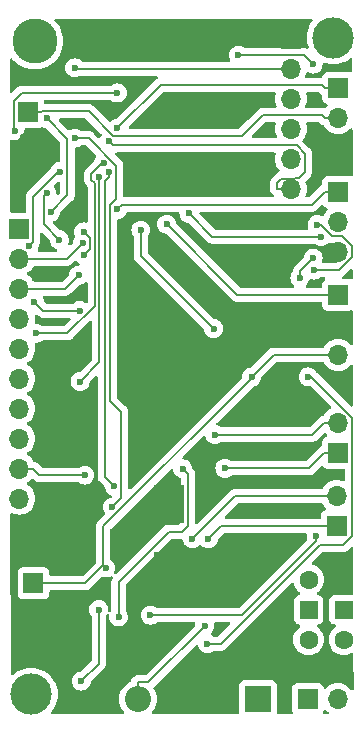
<source format=gbr>
%TF.GenerationSoftware,KiCad,Pcbnew,8.0.2-1*%
%TF.CreationDate,2025-02-04T18:40:10-06:00*%
%TF.ProjectId,ADACHI,41444143-4849-42e6-9b69-6361645f7063,rev?*%
%TF.SameCoordinates,Original*%
%TF.FileFunction,Copper,L2,Bot*%
%TF.FilePolarity,Positive*%
%FSLAX46Y46*%
G04 Gerber Fmt 4.6, Leading zero omitted, Abs format (unit mm)*
G04 Created by KiCad (PCBNEW 8.0.2-1) date 2025-02-04 18:40:10*
%MOMM*%
%LPD*%
G01*
G04 APERTURE LIST*
%TA.AperFunction,ComponentPad*%
%ADD10R,1.700000X1.700000*%
%TD*%
%TA.AperFunction,ComponentPad*%
%ADD11O,1.700000X1.700000*%
%TD*%
%TA.AperFunction,ComponentPad*%
%ADD12C,2.600000*%
%TD*%
%TA.AperFunction,ConnectorPad*%
%ADD13C,3.500000*%
%TD*%
%TA.AperFunction,ComponentPad*%
%ADD14R,1.500000X1.500000*%
%TD*%
%TA.AperFunction,ComponentPad*%
%ADD15C,1.600000*%
%TD*%
%TA.AperFunction,ConnectorPad*%
%ADD16C,3.800000*%
%TD*%
%TA.AperFunction,ComponentPad*%
%ADD17C,0.630000*%
%TD*%
%TA.AperFunction,SMDPad,CuDef*%
%ADD18R,2.600000X3.300000*%
%TD*%
%TA.AperFunction,ComponentPad*%
%ADD19R,2.200000X2.200000*%
%TD*%
%TA.AperFunction,ComponentPad*%
%ADD20O,2.200000X2.200000*%
%TD*%
%TA.AperFunction,ViaPad*%
%ADD21C,0.600000*%
%TD*%
%TA.AperFunction,Conductor*%
%ADD22C,0.200000*%
%TD*%
G04 APERTURE END LIST*
D10*
%TO.P,J2,1,Pin_1*%
%TO.N,GND*%
X148100000Y-98420000D03*
D11*
%TO.P,J2,2,Pin_2*%
%TO.N,BOOT*%
X148100000Y-100960000D03*
%TO.P,J2,3,Pin_3*%
%TO.N,EN*%
X148100000Y-103500000D03*
%TO.P,J2,4,Pin_4*%
%TO.N,TX*%
X148100000Y-106040000D03*
%TO.P,J2,5,Pin_5*%
%TO.N,RX*%
X148100000Y-108580000D03*
%TO.P,J2,6,Pin_6*%
%TO.N,3.3v*%
X148100000Y-111120000D03*
%TD*%
D10*
%TO.P,xt30,1,Pin_1*%
%TO.N,Net-(positivo1-B)*%
X149525000Y-154300000D03*
D11*
%TO.P,xt30,2,Pin_2*%
%TO.N,Net-(negativo1-B)*%
X152065000Y-154300000D03*
%TD*%
D12*
%TO.P,H4,1*%
%TO.N,N/C*%
X126100000Y-153900000D03*
D13*
X126100000Y-153900000D03*
%TD*%
D10*
%TO.P,voltajesensores1,1,Pin_1*%
%TO.N,5v*%
X125800000Y-104625000D03*
D11*
%TO.P,voltajesensores1,2,Pin_2*%
%TO.N,GND*%
X125800000Y-107165000D03*
%TD*%
D10*
%TO.P,servo2,1,Pin_1*%
%TO.N,servo2*%
X152100000Y-111360000D03*
D11*
%TO.P,servo2,2,Pin_2*%
%TO.N,5v*%
X152100000Y-113900000D03*
%TO.P,servo2,3,Pin_3*%
%TO.N,GND*%
X152100000Y-116440000D03*
%TD*%
D10*
%TO.P,sensores1,1,Pin_1*%
%TO.N,Net-(sensores1-Pin_1)*%
X125100000Y-114480000D03*
D11*
%TO.P,sensores1,2,Pin_2*%
%TO.N,Net-(sensores1-Pin_2)*%
X125100000Y-117020000D03*
%TO.P,sensores1,3,Pin_3*%
%TO.N,Net-(sensores1-Pin_3)*%
X125100000Y-119560000D03*
%TO.P,sensores1,4,Pin_4*%
%TO.N,Net-(sensores1-Pin_4)*%
X125100000Y-122100000D03*
%TO.P,sensores1,5,Pin_5*%
%TO.N,Net-(sensores1-Pin_5)*%
X125100000Y-124640000D03*
%TO.P,sensores1,6,Pin_6*%
%TO.N,Net-(sensores1-Pin_6)*%
X125100000Y-127180000D03*
%TO.P,sensores1,7,Pin_7*%
%TO.N,Net-(sensores1-Pin_7)*%
X125100000Y-129720000D03*
%TO.P,sensores1,8,Pin_8*%
%TO.N,Net-(sensores1-Pin_8)*%
X125100000Y-132260000D03*
%TO.P,sensores1,9,Pin_9*%
%TO.N,Net-(sensores1-Pin_9)*%
X125100000Y-134800000D03*
%TO.P,sensores1,10,Pin_10*%
%TO.N,Net-(sensores1-Pin_10)*%
X125100000Y-137340000D03*
%TD*%
D12*
%TO.P,H1,1*%
%TO.N,N/C*%
X151700000Y-98300000D03*
D13*
X151700000Y-98300000D03*
%TD*%
D14*
%TO.P,negativo1,1,B*%
%TO.N,Net-(negativo1-B)*%
X152600000Y-146740000D03*
D15*
%TO.P,negativo1,2,C*%
%TO.N,GND*%
X152600000Y-144200000D03*
%TO.P,negativo1,3,A*%
%TO.N,unconnected-(negativo1-A-Pad3)*%
X152600000Y-149280000D03*
%TD*%
D12*
%TO.P,H2,1*%
%TO.N,N/C*%
X126400000Y-98600000D03*
D16*
X126400000Y-98600000D03*
%TD*%
D14*
%TO.P,positivo1,1,B*%
%TO.N,Net-(positivo1-B)*%
X149600000Y-146740000D03*
D15*
%TO.P,positivo1,2,C*%
%TO.N,Net-(D3-K)*%
X149600000Y-144200000D03*
%TO.P,positivo1,3,A*%
%TO.N,unconnected-(positivo1-A-Pad3)*%
X149600000Y-149280000D03*
%TD*%
D10*
%TO.P,conectormotor1,1,Pin_1*%
%TO.N,Net-(conectormotor1-Pin_1)*%
X152075000Y-133450000D03*
D11*
%TO.P,conectormotor1,2,Pin_2*%
%TO.N,Net-(conectormotor1-Pin_2)*%
X152075000Y-130910000D03*
%TD*%
D17*
%TO.P,driver1,9,GND*%
%TO.N,GND*%
X137125000Y-136505000D03*
X137125000Y-137805000D03*
X137125000Y-139105000D03*
D18*
X137775000Y-137805000D03*
D17*
X138425000Y-136505000D03*
X138425000Y-137805000D03*
X138425000Y-139105000D03*
%TD*%
D10*
%TO.P,arrancador1,1,Pin_1*%
%TO.N,arrancador*%
X152100000Y-120075000D03*
D11*
%TO.P,arrancador1,2,Pin_2*%
%TO.N,GND*%
X152100000Y-122615000D03*
%TO.P,arrancador1,3,Pin_3*%
%TO.N,5v*%
X152100000Y-125155000D03*
%TD*%
D10*
%TO.P,servo1,1,Pin_1*%
%TO.N,servo1*%
X152100000Y-102560000D03*
D11*
%TO.P,servo1,2,Pin_2*%
%TO.N,5v*%
X152100000Y-105100000D03*
%TO.P,servo1,3,Pin_3*%
%TO.N,GND*%
X152100000Y-107640000D03*
%TD*%
D17*
%TO.P,driver2,9,GND*%
%TO.N,GND*%
X137125000Y-142195000D03*
X137125000Y-143495000D03*
X137125000Y-144795000D03*
D18*
X137775000Y-143495000D03*
D17*
X138425000Y-142195000D03*
X138425000Y-143495000D03*
X138425000Y-144795000D03*
%TD*%
D10*
%TO.P,conectormotor2,1,Pin_1*%
%TO.N,Net-(conectormotor2-Pin_1)*%
X151975000Y-139640000D03*
D11*
%TO.P,conectormotor2,2,Pin_2*%
%TO.N,Net-(conectormotor2-Pin_2)*%
X151975000Y-137100000D03*
%TD*%
D10*
%TO.P,voltajesensores2,1,Pin_1*%
%TO.N,5v*%
X126300000Y-144500000D03*
D11*
%TO.P,voltajesensores2,2,Pin_2*%
%TO.N,GND*%
X126300000Y-147040000D03*
%TD*%
D19*
%TO.P,D3,1,K*%
%TO.N,Net-(D3-K)*%
X145305000Y-154300000D03*
D20*
%TO.P,D3,2,A*%
%TO.N,24v*%
X135145000Y-154300000D03*
%TD*%
D21*
%TO.N,arrancador*%
X137584400Y-114096400D03*
%TO.N,BOOT*%
X129795500Y-100864000D03*
%TO.N,5v*%
X144770300Y-127032800D03*
X132420700Y-143204900D03*
%TO.N,Net-(conectormotor1-Pin_1)*%
X142502800Y-134773000D03*
%TO.N,Net-(conectormotor1-Pin_2)*%
X141645800Y-131911700D03*
%TO.N,EN*%
X149982900Y-116964600D03*
X148854700Y-118649900D03*
%TO.N,BT2*%
X150324400Y-114135700D03*
X149976900Y-100547800D03*
X150082100Y-117984800D03*
X143659300Y-99805000D03*
%TO.N,24v*%
X140799000Y-148112500D03*
%TO.N,sensor2*%
X127404400Y-105142600D03*
X127755300Y-113089500D03*
%TO.N,sensor5*%
X126518700Y-123327100D03*
X132246500Y-108933300D03*
%TO.N,sensor3*%
X128494100Y-115419100D03*
X127423500Y-111459600D03*
%TO.N,Net-(conectormotor2-Pin_1)*%
X141112400Y-140738000D03*
%TO.N,Net-(conectormotor2-Pin_2)*%
X139761500Y-140738000D03*
%TO.N,MA1*%
X129795500Y-106809500D03*
X132959300Y-138070300D03*
%TO.N,MA2*%
X132693300Y-109698300D03*
X133125900Y-136264800D03*
%TO.N,leds*%
X138937700Y-134812400D03*
X141550700Y-122932500D03*
X135398100Y-114615800D03*
X133505000Y-147353200D03*
%TO.N,sensor8*%
X130540100Y-114747700D03*
X130543900Y-116683100D03*
%TO.N,sensor1*%
X133409300Y-102990300D03*
X124733200Y-106178200D03*
%TO.N,sensor7*%
X130246000Y-127419100D03*
X131811300Y-110112300D03*
%TO.N,sensor6*%
X128513500Y-109653300D03*
X125929900Y-115914800D03*
X126377900Y-120662400D03*
X130202600Y-121417500D03*
%TO.N,servo1*%
X133409300Y-105975200D03*
%TO.N,servo2*%
X133409300Y-112851600D03*
%TO.N,Net-(D2-DIN)*%
X131817400Y-146725000D03*
X130344700Y-152775000D03*
%TO.N,3.3v*%
X132694900Y-107091000D03*
%TO.N,MB1*%
X150665800Y-115170000D03*
X136201300Y-147201000D03*
X139461500Y-113176500D03*
X150227400Y-140538100D03*
%TO.N,BT1*%
X149564100Y-127029600D03*
X141032200Y-149632000D03*
%TO.N,Net-(sensores1-Pin_2)*%
X130466400Y-115668400D03*
%TO.N,Net-(sensores1-Pin_3)*%
X130115800Y-118419100D03*
%TO.N,Net-(sensores1-Pin_9)*%
X130656700Y-135345100D03*
%TD*%
D22*
%TO.N,arrancador*%
X143563000Y-120075000D02*
X150948300Y-120075000D01*
X137584400Y-114096400D02*
X143563000Y-120075000D01*
X152100000Y-120075000D02*
X150948300Y-120075000D01*
%TO.N,BOOT*%
X129891500Y-100960000D02*
X129795500Y-100864000D01*
X148100000Y-100960000D02*
X129891500Y-100960000D01*
%TO.N,5v*%
X150948300Y-125155000D02*
X146648100Y-125155000D01*
X152100000Y-125155000D02*
X150948300Y-125155000D01*
X130995700Y-104540900D02*
X133076400Y-106621600D01*
X132195700Y-142979900D02*
X130675600Y-144500000D01*
X144770300Y-127110200D02*
X144770300Y-127032800D01*
X130675600Y-144500000D02*
X127451700Y-144500000D01*
X126951700Y-104625000D02*
X127035800Y-104540900D01*
X150700800Y-104852500D02*
X150948300Y-105100000D01*
X152100000Y-105100000D02*
X150948300Y-105100000D01*
X133076400Y-106621600D02*
X143956100Y-106621600D01*
X125800000Y-104625000D02*
X126951700Y-104625000D01*
X132195700Y-142979900D02*
X132195700Y-139684800D01*
X145725200Y-104852500D02*
X150700800Y-104852500D01*
X146648100Y-125155000D02*
X144770300Y-127032800D01*
X132195700Y-139684800D02*
X144770300Y-127110200D01*
X127035800Y-104540900D02*
X130995700Y-104540900D01*
X126300000Y-144500000D02*
X127451700Y-144500000D01*
X132195700Y-142979900D02*
X132420700Y-143204900D01*
X143956100Y-106621600D02*
X145725200Y-104852500D01*
%TO.N,Net-(conectormotor1-Pin_1)*%
X149600300Y-134773000D02*
X150923300Y-133450000D01*
X152075000Y-133450000D02*
X150923300Y-133450000D01*
X142502800Y-134773000D02*
X149600300Y-134773000D01*
%TO.N,Net-(conectormotor1-Pin_2)*%
X141645800Y-131911700D02*
X149921600Y-131911700D01*
X149921600Y-131911700D02*
X150923300Y-130910000D01*
X152075000Y-130910000D02*
X150923300Y-130910000D01*
%TO.N,EN*%
X148854700Y-118092800D02*
X148854700Y-118649900D01*
X149982900Y-116964600D02*
X148854700Y-118092800D01*
%TO.N,BT2*%
X150612000Y-114135700D02*
X151581700Y-115105400D01*
X150324400Y-114135700D02*
X150612000Y-114135700D01*
X153251700Y-115940300D02*
X153251700Y-116917100D01*
X149234100Y-99805000D02*
X143659300Y-99805000D01*
X149976900Y-100547800D02*
X149234100Y-99805000D01*
X153251700Y-116917100D02*
X152184000Y-117984800D01*
X152184000Y-117984800D02*
X150082100Y-117984800D01*
X152416800Y-115105400D02*
X153251700Y-115940300D01*
X151581700Y-115105400D02*
X152416800Y-115105400D01*
%TO.N,24v*%
X136013200Y-152898300D02*
X140799000Y-148112500D01*
X135145000Y-152898300D02*
X136013200Y-152898300D01*
X135145000Y-154300000D02*
X135145000Y-152898300D01*
%TO.N,sensor2*%
X129178600Y-106916800D02*
X127404400Y-105142600D01*
X127755300Y-113089500D02*
X129178600Y-111666200D01*
X129178600Y-111666200D02*
X129178600Y-106916800D01*
%TO.N,sensor5*%
X131209600Y-110361400D02*
X131484600Y-110636400D01*
X131484600Y-110636400D02*
X131484600Y-121009500D01*
X132246500Y-108933300D02*
X132139500Y-108933300D01*
X131484600Y-121009500D02*
X129167000Y-123327100D01*
X132139500Y-108933300D02*
X131209600Y-109863200D01*
X129167000Y-123327100D02*
X126518700Y-123327100D01*
X131209600Y-109863200D02*
X131209600Y-110361400D01*
%TO.N,sensor3*%
X127423500Y-111459600D02*
X127153600Y-111729500D01*
X127153600Y-111729500D02*
X127153600Y-114078600D01*
X127153600Y-114078600D02*
X128494100Y-115419100D01*
%TO.N,Net-(conectormotor2-Pin_1)*%
X151975000Y-139640000D02*
X150823300Y-139640000D01*
X142210400Y-139640000D02*
X141112400Y-140738000D01*
X150823300Y-139640000D02*
X142210400Y-139640000D01*
%TO.N,Net-(conectormotor2-Pin_2)*%
X143399500Y-137100000D02*
X139761500Y-140738000D01*
X151975000Y-137100000D02*
X143399500Y-137100000D01*
%TO.N,MA1*%
X132790400Y-112459000D02*
X133302000Y-111947400D01*
X133727700Y-137301900D02*
X133727700Y-130012500D01*
X133302000Y-109137900D02*
X130973600Y-106809500D01*
X130973600Y-106809500D02*
X129795500Y-106809500D01*
X132790400Y-129075200D02*
X132790400Y-112459000D01*
X133302000Y-111947400D02*
X133302000Y-109137900D01*
X133727700Y-130012500D02*
X132790400Y-129075200D01*
X132959300Y-138070300D02*
X133727700Y-137301900D01*
%TO.N,MA2*%
X133125900Y-136264800D02*
X132340200Y-135479100D01*
X132340200Y-110434300D02*
X132693300Y-110081200D01*
X132340200Y-135479100D02*
X132340200Y-110434300D01*
X132693300Y-110081200D02*
X132693300Y-109698300D01*
%TO.N,leds*%
X133505000Y-144388300D02*
X137755500Y-140137800D01*
X133505000Y-147353200D02*
X133505000Y-144388300D01*
X139376700Y-135251400D02*
X138937700Y-134812400D01*
X138869000Y-140137800D02*
X139376700Y-139630100D01*
X141550700Y-122932500D02*
X135398100Y-116779900D01*
X135398100Y-116779900D02*
X135398100Y-114615800D01*
X139376700Y-139630100D02*
X139376700Y-135251400D01*
X137755500Y-140137800D02*
X138869000Y-140137800D01*
%TO.N,sensor8*%
X131068200Y-116158800D02*
X130543900Y-116683100D01*
X130540100Y-114747700D02*
X131068200Y-115275800D01*
X131068200Y-115275800D02*
X131068200Y-116158800D01*
%TO.N,sensor1*%
X124648300Y-103639900D02*
X124648300Y-106093300D01*
X133409300Y-102990300D02*
X125297900Y-102990300D01*
X125297900Y-102990300D02*
X124648300Y-103639900D01*
X124648300Y-106093300D02*
X124733200Y-106178200D01*
%TO.N,sensor7*%
X131811300Y-110112300D02*
X131886300Y-110187300D01*
X131886300Y-110187300D02*
X131886300Y-125778800D01*
X131886300Y-125778800D02*
X130246000Y-127419100D01*
%TO.N,sensor6*%
X125929900Y-115914800D02*
X126251700Y-115593000D01*
X126251700Y-115593000D02*
X126251700Y-111767400D01*
X126251700Y-111767400D02*
X128365800Y-109653300D01*
X127133000Y-121417500D02*
X130202600Y-121417500D01*
X126377900Y-120662400D02*
X127133000Y-121417500D01*
X128365800Y-109653300D02*
X128513500Y-109653300D01*
%TO.N,servo1*%
X137072000Y-102312500D02*
X150700800Y-102312500D01*
X150700800Y-102312500D02*
X150948300Y-102560000D01*
X152100000Y-102560000D02*
X150948300Y-102560000D01*
X133409300Y-105975200D02*
X137072000Y-102312500D01*
%TO.N,servo2*%
X149871900Y-112436400D02*
X133824500Y-112436400D01*
X133824500Y-112436400D02*
X133409300Y-112851600D01*
X150948300Y-111360000D02*
X149871900Y-112436400D01*
X152100000Y-111360000D02*
X150948300Y-111360000D01*
%TO.N,Net-(D2-DIN)*%
X131817400Y-151302300D02*
X130344700Y-152775000D01*
X131817400Y-146725000D02*
X131817400Y-151302300D01*
%TO.N,3.3v*%
X148100000Y-111120000D02*
X146948300Y-111120000D01*
X148814100Y-110149800D02*
X149279900Y-109684000D01*
X133032200Y-107428300D02*
X132694900Y-107091000D01*
X146948300Y-111120000D02*
X146948300Y-110594400D01*
X149279900Y-108131100D02*
X148577100Y-107428300D01*
X147291000Y-110251700D02*
X148339800Y-110251700D01*
X148339800Y-110251700D02*
X148441700Y-110149800D01*
X149279900Y-109684000D02*
X149279900Y-108131100D01*
X148577100Y-107428300D02*
X133032200Y-107428300D01*
X146948300Y-110594400D02*
X147291000Y-110251700D01*
X148441700Y-110149800D02*
X148814100Y-110149800D01*
%TO.N,MB1*%
X150665800Y-115170000D02*
X141455000Y-115170000D01*
X136201300Y-147201000D02*
X143954900Y-147201000D01*
X143954900Y-147201000D02*
X150227400Y-140928500D01*
X150227400Y-140928500D02*
X150227400Y-140538100D01*
X141455000Y-115170000D02*
X139461500Y-113176500D01*
%TO.N,BT1*%
X153306200Y-130512100D02*
X149823700Y-127029600D01*
X141032200Y-149632000D02*
X142150800Y-149632000D01*
X142150800Y-149632000D02*
X150523500Y-141259300D01*
X149823700Y-127029600D02*
X149564100Y-127029600D01*
X150523500Y-141259300D02*
X152506300Y-141259300D01*
X152506300Y-141259300D02*
X153306200Y-140459400D01*
X153306200Y-140459400D02*
X153306200Y-130512100D01*
%TO.N,Net-(sensores1-Pin_2)*%
X129114800Y-117020000D02*
X130466400Y-115668400D01*
X125100000Y-117020000D02*
X129114800Y-117020000D01*
%TO.N,Net-(sensores1-Pin_3)*%
X128974900Y-119560000D02*
X130115800Y-118419100D01*
X125100000Y-119560000D02*
X128974900Y-119560000D01*
%TO.N,Net-(sensores1-Pin_9)*%
X126251700Y-134800000D02*
X126796800Y-135345100D01*
X126796800Y-135345100D02*
X130656700Y-135345100D01*
X125100000Y-134800000D02*
X126251700Y-134800000D01*
%TD*%
%TA.AperFunction,Conductor*%
%TO.N,GND*%
G36*
X131205134Y-122240714D02*
G01*
X131261067Y-122282586D01*
X131285484Y-122348050D01*
X131285800Y-122356896D01*
X131285800Y-125478702D01*
X131266115Y-125545741D01*
X131249481Y-125566383D01*
X130227465Y-126588398D01*
X130166142Y-126621883D01*
X130153668Y-126623937D01*
X130066750Y-126633730D01*
X129896478Y-126693310D01*
X129743737Y-126789284D01*
X129616184Y-126916837D01*
X129520211Y-127069576D01*
X129460631Y-127239845D01*
X129460630Y-127239850D01*
X129440435Y-127419096D01*
X129440435Y-127419103D01*
X129460630Y-127598349D01*
X129460631Y-127598354D01*
X129520211Y-127768623D01*
X129616184Y-127921362D01*
X129743738Y-128048916D01*
X129896478Y-128144889D01*
X130066745Y-128204468D01*
X130066750Y-128204469D01*
X130245996Y-128224665D01*
X130246000Y-128224665D01*
X130246004Y-128224665D01*
X130425249Y-128204469D01*
X130425252Y-128204468D01*
X130425255Y-128204468D01*
X130595522Y-128144889D01*
X130748262Y-128048916D01*
X130875816Y-127921362D01*
X130971789Y-127768622D01*
X131031368Y-127598355D01*
X131041161Y-127511429D01*
X131068226Y-127447018D01*
X131076690Y-127437643D01*
X131528020Y-126986314D01*
X131589342Y-126952830D01*
X131659034Y-126957814D01*
X131714967Y-126999686D01*
X131739384Y-127065150D01*
X131739700Y-127073996D01*
X131739700Y-135392430D01*
X131739699Y-135392448D01*
X131739699Y-135558154D01*
X131739698Y-135558154D01*
X131739756Y-135558369D01*
X131780623Y-135710885D01*
X131789070Y-135725515D01*
X131789071Y-135725517D01*
X131859677Y-135847812D01*
X131859681Y-135847817D01*
X131978549Y-135966685D01*
X131978555Y-135966690D01*
X132295198Y-136283333D01*
X132328683Y-136344656D01*
X132330737Y-136357130D01*
X132340530Y-136444049D01*
X132400110Y-136614321D01*
X132455872Y-136703065D01*
X132496084Y-136767062D01*
X132623638Y-136894616D01*
X132776378Y-136990589D01*
X132896345Y-137032567D01*
X132953121Y-137073289D01*
X132978869Y-137138241D01*
X132965413Y-137206803D01*
X132943091Y-137237271D01*
X132940784Y-137239579D01*
X132879468Y-137273077D01*
X132866968Y-137275137D01*
X132780050Y-137284930D01*
X132609778Y-137344510D01*
X132457037Y-137440484D01*
X132329484Y-137568037D01*
X132233511Y-137720776D01*
X132173931Y-137891045D01*
X132173930Y-137891050D01*
X132153735Y-138070296D01*
X132153735Y-138070303D01*
X132173930Y-138249549D01*
X132173931Y-138249554D01*
X132233511Y-138419823D01*
X132326735Y-138568188D01*
X132345735Y-138635425D01*
X132325367Y-138702260D01*
X132309422Y-138721841D01*
X131826986Y-139204278D01*
X131715181Y-139316082D01*
X131715177Y-139316087D01*
X131667704Y-139398315D01*
X131667704Y-139398316D01*
X131636123Y-139453014D01*
X131636123Y-139453015D01*
X131595199Y-139605743D01*
X131595199Y-139605745D01*
X131595199Y-139773846D01*
X131595200Y-139773859D01*
X131595200Y-142679803D01*
X131575515Y-142746842D01*
X131558881Y-142767484D01*
X130463184Y-143863181D01*
X130401861Y-143896666D01*
X130375503Y-143899500D01*
X127774499Y-143899500D01*
X127707460Y-143879815D01*
X127661705Y-143827011D01*
X127650499Y-143775500D01*
X127650499Y-143602129D01*
X127650498Y-143602123D01*
X127650497Y-143602116D01*
X127644091Y-143542517D01*
X127593796Y-143407669D01*
X127593795Y-143407668D01*
X127593793Y-143407664D01*
X127507547Y-143292455D01*
X127507544Y-143292452D01*
X127392335Y-143206206D01*
X127392328Y-143206202D01*
X127257482Y-143155908D01*
X127257483Y-143155908D01*
X127197883Y-143149501D01*
X127197881Y-143149500D01*
X127197873Y-143149500D01*
X127197864Y-143149500D01*
X125402129Y-143149500D01*
X125402123Y-143149501D01*
X125342516Y-143155908D01*
X125207671Y-143206202D01*
X125207664Y-143206206D01*
X125092455Y-143292452D01*
X125092452Y-143292455D01*
X125006206Y-143407664D01*
X125006202Y-143407671D01*
X124955908Y-143542517D01*
X124954159Y-143558791D01*
X124949501Y-143602123D01*
X124949500Y-143602135D01*
X124949500Y-145397870D01*
X124949501Y-145397876D01*
X124955908Y-145457483D01*
X125006202Y-145592328D01*
X125006206Y-145592335D01*
X125092452Y-145707544D01*
X125092455Y-145707547D01*
X125207664Y-145793793D01*
X125207671Y-145793797D01*
X125342517Y-145844091D01*
X125342516Y-145844091D01*
X125349444Y-145844835D01*
X125402127Y-145850500D01*
X127197872Y-145850499D01*
X127257483Y-145844091D01*
X127392331Y-145793796D01*
X127507546Y-145707546D01*
X127593796Y-145592331D01*
X127644091Y-145457483D01*
X127650500Y-145397873D01*
X127650500Y-145224500D01*
X127670185Y-145157461D01*
X127722989Y-145111706D01*
X127774500Y-145100500D01*
X130588931Y-145100500D01*
X130588947Y-145100501D01*
X130596543Y-145100501D01*
X130754654Y-145100501D01*
X130754657Y-145100501D01*
X130907385Y-145059577D01*
X130957504Y-145030639D01*
X131044316Y-144980520D01*
X131156120Y-144868716D01*
X131156120Y-144868714D01*
X131166328Y-144858507D01*
X131166330Y-144858504D01*
X132033100Y-143991733D01*
X132094421Y-143958250D01*
X132161731Y-143962374D01*
X132241445Y-143990268D01*
X132241449Y-143990268D01*
X132241453Y-143990269D01*
X132420696Y-144010465D01*
X132420700Y-144010465D01*
X132420704Y-144010465D01*
X132599949Y-143990269D01*
X132599952Y-143990268D01*
X132599955Y-143990268D01*
X132770222Y-143930689D01*
X132826417Y-143895379D01*
X132893651Y-143876379D01*
X132960486Y-143896746D01*
X133005701Y-143950013D01*
X133014940Y-144019269D01*
X132999776Y-144062371D01*
X132974361Y-144106393D01*
X132974359Y-144106396D01*
X132945425Y-144156509D01*
X132945424Y-144156510D01*
X132933771Y-144200000D01*
X132904499Y-144309243D01*
X132904499Y-144309245D01*
X132904499Y-144477346D01*
X132904500Y-144477359D01*
X132904500Y-146770787D01*
X132884815Y-146837826D01*
X132877450Y-146848096D01*
X132875184Y-146850937D01*
X132839606Y-146907558D01*
X132787271Y-146953849D01*
X132718217Y-146964496D01*
X132654369Y-146936120D01*
X132615998Y-146877730D01*
X132611393Y-146827701D01*
X132622965Y-146725002D01*
X132622965Y-146724996D01*
X132602769Y-146545750D01*
X132602768Y-146545745D01*
X132543188Y-146375476D01*
X132447215Y-146222737D01*
X132319662Y-146095184D01*
X132166923Y-145999211D01*
X131996654Y-145939631D01*
X131996649Y-145939630D01*
X131817404Y-145919435D01*
X131817396Y-145919435D01*
X131638150Y-145939630D01*
X131638145Y-145939631D01*
X131467876Y-145999211D01*
X131315137Y-146095184D01*
X131187584Y-146222737D01*
X131091611Y-146375476D01*
X131032031Y-146545745D01*
X131032030Y-146545750D01*
X131011835Y-146724996D01*
X131011835Y-146725003D01*
X131032030Y-146904249D01*
X131032031Y-146904254D01*
X131091611Y-147074523D01*
X131151915Y-147170496D01*
X131171084Y-147201003D01*
X131187585Y-147227263D01*
X131189845Y-147230097D01*
X131190734Y-147232275D01*
X131191289Y-147233158D01*
X131191134Y-147233255D01*
X131216255Y-147294783D01*
X131216900Y-147307412D01*
X131216900Y-151002202D01*
X131197215Y-151069241D01*
X131180581Y-151089883D01*
X130326165Y-151944298D01*
X130264842Y-151977783D01*
X130252368Y-151979837D01*
X130165450Y-151989630D01*
X129995178Y-152049210D01*
X129842437Y-152145184D01*
X129714884Y-152272737D01*
X129618911Y-152425476D01*
X129559331Y-152595745D01*
X129559330Y-152595750D01*
X129539135Y-152774996D01*
X129539135Y-152775003D01*
X129559330Y-152954249D01*
X129559331Y-152954254D01*
X129618911Y-153124523D01*
X129671157Y-153207671D01*
X129714884Y-153277262D01*
X129842438Y-153404816D01*
X129995178Y-153500789D01*
X130140245Y-153551550D01*
X130165445Y-153560368D01*
X130165450Y-153560369D01*
X130344696Y-153580565D01*
X130344700Y-153580565D01*
X130344704Y-153580565D01*
X130523949Y-153560369D01*
X130523952Y-153560368D01*
X130523955Y-153560368D01*
X130694222Y-153500789D01*
X130846962Y-153404816D01*
X130974516Y-153277262D01*
X131070489Y-153124522D01*
X131130068Y-152954255D01*
X131139861Y-152867329D01*
X131166926Y-152802918D01*
X131175390Y-152793543D01*
X132186113Y-151782821D01*
X132186116Y-151782820D01*
X132297920Y-151671016D01*
X132348039Y-151584204D01*
X132376977Y-151534085D01*
X132417900Y-151381358D01*
X132417900Y-151223243D01*
X132417900Y-147307412D01*
X132437585Y-147240373D01*
X132444955Y-147230097D01*
X132447209Y-147227268D01*
X132447216Y-147227262D01*
X132482792Y-147170642D01*
X132535126Y-147124351D01*
X132604180Y-147113702D01*
X132668028Y-147142077D01*
X132706400Y-147200467D01*
X132711006Y-147250497D01*
X132699435Y-147353196D01*
X132699435Y-147353203D01*
X132719630Y-147532449D01*
X132719631Y-147532454D01*
X132779211Y-147702723D01*
X132852388Y-147819182D01*
X132875184Y-147855462D01*
X133002738Y-147983016D01*
X133056177Y-148016594D01*
X133147515Y-148073986D01*
X133155478Y-148078989D01*
X133251236Y-148112496D01*
X133325745Y-148138568D01*
X133325750Y-148138569D01*
X133504996Y-148158765D01*
X133505000Y-148158765D01*
X133505004Y-148158765D01*
X133684249Y-148138569D01*
X133684252Y-148138568D01*
X133684255Y-148138568D01*
X133854522Y-148078989D01*
X134007262Y-147983016D01*
X134134816Y-147855462D01*
X134230789Y-147702722D01*
X134290368Y-147532455D01*
X134307517Y-147380254D01*
X134310565Y-147353203D01*
X134310565Y-147353196D01*
X134290369Y-147173950D01*
X134290368Y-147173945D01*
X134255578Y-147074522D01*
X134230789Y-147003678D01*
X134134816Y-146850938D01*
X134134814Y-146850936D01*
X134134813Y-146850934D01*
X134132550Y-146848096D01*
X134131659Y-146845915D01*
X134131111Y-146845042D01*
X134131264Y-146844945D01*
X134106144Y-146783409D01*
X134105500Y-146770787D01*
X134105500Y-144688397D01*
X134125185Y-144621358D01*
X134141819Y-144600716D01*
X137967917Y-140774619D01*
X138029240Y-140741134D01*
X138055598Y-140738300D01*
X138782331Y-140738300D01*
X138782347Y-140738301D01*
X138845156Y-140738301D01*
X138912195Y-140757986D01*
X138957950Y-140810790D01*
X138968376Y-140848419D01*
X138976130Y-140917249D01*
X138976131Y-140917254D01*
X139035711Y-141087523D01*
X139086049Y-141167635D01*
X139131684Y-141240262D01*
X139259238Y-141367816D01*
X139335071Y-141415465D01*
X139409641Y-141462321D01*
X139411978Y-141463789D01*
X139582245Y-141523368D01*
X139582250Y-141523369D01*
X139761496Y-141543565D01*
X139761500Y-141543565D01*
X139761504Y-141543565D01*
X139940749Y-141523369D01*
X139940752Y-141523368D01*
X139940755Y-141523368D01*
X140111022Y-141463789D01*
X140263762Y-141367816D01*
X140349269Y-141282309D01*
X140410592Y-141248824D01*
X140480284Y-141253808D01*
X140524631Y-141282309D01*
X140610138Y-141367816D01*
X140685971Y-141415465D01*
X140760541Y-141462321D01*
X140762878Y-141463789D01*
X140933145Y-141523368D01*
X140933150Y-141523369D01*
X141112396Y-141543565D01*
X141112400Y-141543565D01*
X141112404Y-141543565D01*
X141291649Y-141523369D01*
X141291652Y-141523368D01*
X141291655Y-141523368D01*
X141461922Y-141463789D01*
X141614662Y-141367816D01*
X141742216Y-141240262D01*
X141838189Y-141087522D01*
X141897768Y-140917255D01*
X141907561Y-140830329D01*
X141934626Y-140765918D01*
X141943090Y-140756543D01*
X142422816Y-140276819D01*
X142484139Y-140243334D01*
X142510497Y-140240500D01*
X149316610Y-140240500D01*
X149383649Y-140260185D01*
X149429404Y-140312989D01*
X149439830Y-140378383D01*
X149421835Y-140538096D01*
X149421835Y-140538103D01*
X149442030Y-140717346D01*
X149442032Y-140717357D01*
X149454474Y-140752912D01*
X149458036Y-140822691D01*
X149425114Y-140881548D01*
X143742484Y-146564181D01*
X143681161Y-146597666D01*
X143654803Y-146600500D01*
X136783712Y-146600500D01*
X136716673Y-146580815D01*
X136706397Y-146573445D01*
X136703563Y-146571185D01*
X136703562Y-146571184D01*
X136646796Y-146535515D01*
X136550823Y-146475211D01*
X136380554Y-146415631D01*
X136380549Y-146415630D01*
X136201304Y-146395435D01*
X136201296Y-146395435D01*
X136022050Y-146415630D01*
X136022045Y-146415631D01*
X135851776Y-146475211D01*
X135699037Y-146571184D01*
X135571484Y-146698737D01*
X135475511Y-146851476D01*
X135415931Y-147021745D01*
X135415930Y-147021750D01*
X135395735Y-147200996D01*
X135395735Y-147201003D01*
X135415930Y-147380249D01*
X135415931Y-147380254D01*
X135475511Y-147550523D01*
X135571145Y-147702722D01*
X135571484Y-147703262D01*
X135699038Y-147830816D01*
X135851778Y-147926789D01*
X136012463Y-147983015D01*
X136022045Y-147986368D01*
X136022050Y-147986369D01*
X136201296Y-148006565D01*
X136201300Y-148006565D01*
X136201304Y-148006565D01*
X136380549Y-147986369D01*
X136380552Y-147986368D01*
X136380555Y-147986368D01*
X136550822Y-147926789D01*
X136703562Y-147830816D01*
X136703567Y-147830810D01*
X136706397Y-147828555D01*
X136708575Y-147827665D01*
X136709458Y-147827111D01*
X136709555Y-147827265D01*
X136771083Y-147802145D01*
X136783712Y-147801500D01*
X139889720Y-147801500D01*
X139956759Y-147821185D01*
X140002514Y-147873989D01*
X140012940Y-147939385D01*
X140003837Y-148020169D01*
X139976770Y-148084583D01*
X139968298Y-148093965D01*
X135800784Y-152261481D01*
X135739461Y-152294966D01*
X135713103Y-152297800D01*
X135065943Y-152297800D01*
X134913216Y-152338723D01*
X134913209Y-152338726D01*
X134776290Y-152417775D01*
X134776282Y-152417781D01*
X134664481Y-152529582D01*
X134664475Y-152529590D01*
X134585426Y-152666509D01*
X134585421Y-152666520D01*
X134561192Y-152756941D01*
X134524827Y-152816601D01*
X134488872Y-152839407D01*
X134416138Y-152869534D01*
X134201346Y-153001160D01*
X134201343Y-153001161D01*
X134009776Y-153164776D01*
X133846161Y-153356343D01*
X133846160Y-153356346D01*
X133714533Y-153571140D01*
X133618126Y-153803889D01*
X133559317Y-154048848D01*
X133539551Y-154300000D01*
X133559317Y-154551151D01*
X133618126Y-154796110D01*
X133714533Y-155028859D01*
X133846160Y-155243653D01*
X133846161Y-155243655D01*
X133846162Y-155243657D01*
X133846164Y-155243659D01*
X133975395Y-155394970D01*
X134003966Y-155458730D01*
X133993529Y-155527815D01*
X133947398Y-155580291D01*
X133881105Y-155599500D01*
X127876576Y-155599500D01*
X127809537Y-155579815D01*
X127763782Y-155527011D01*
X127753838Y-155457853D01*
X127782863Y-155394297D01*
X127783348Y-155393741D01*
X127831799Y-155338493D01*
X127889273Y-155272957D01*
X128053172Y-155027665D01*
X128183652Y-154763077D01*
X128278481Y-154483722D01*
X128336034Y-154194380D01*
X128345573Y-154048848D01*
X128355329Y-153900007D01*
X128355329Y-153899992D01*
X128336035Y-153605636D01*
X128336034Y-153605620D01*
X128278481Y-153316278D01*
X128183652Y-153036923D01*
X128053172Y-152772336D01*
X128042885Y-152756941D01*
X127982468Y-152666520D01*
X127889273Y-152527043D01*
X127800201Y-152425476D01*
X127694758Y-152305241D01*
X127472955Y-152110725D01*
X127227667Y-151946829D01*
X127227660Y-151946825D01*
X126963080Y-151816349D01*
X126683730Y-151721521D01*
X126683724Y-151721519D01*
X126683722Y-151721519D01*
X126394380Y-151663966D01*
X126394373Y-151663965D01*
X126394363Y-151663964D01*
X126100007Y-151644671D01*
X126099993Y-151644671D01*
X125805636Y-151663964D01*
X125805624Y-151663965D01*
X125805620Y-151663966D01*
X125805612Y-151663967D01*
X125805609Y-151663968D01*
X125516283Y-151721518D01*
X125516269Y-151721521D01*
X125236919Y-151816349D01*
X124972334Y-151946828D01*
X124727041Y-152110728D01*
X124572187Y-152246531D01*
X124508805Y-152275934D01*
X124439588Y-152266402D01*
X124386513Y-152220962D01*
X124366430Y-152154041D01*
X124366428Y-152153713D01*
X124349300Y-138674852D01*
X124368899Y-138607789D01*
X124421645Y-138561967D01*
X124490791Y-138551936D01*
X124525703Y-138562313D01*
X124636337Y-138613903D01*
X124864592Y-138675063D01*
X125052918Y-138691539D01*
X125099999Y-138695659D01*
X125100000Y-138695659D01*
X125100001Y-138695659D01*
X125139234Y-138692226D01*
X125335408Y-138675063D01*
X125563663Y-138613903D01*
X125777830Y-138514035D01*
X125971401Y-138378495D01*
X126138495Y-138211401D01*
X126274035Y-138017830D01*
X126373903Y-137803663D01*
X126435063Y-137575408D01*
X126455659Y-137340000D01*
X126435063Y-137104592D01*
X126373903Y-136876337D01*
X126274035Y-136662171D01*
X126244144Y-136619481D01*
X126138494Y-136468597D01*
X125971402Y-136301506D01*
X125971396Y-136301501D01*
X125785842Y-136171575D01*
X125742217Y-136116998D01*
X125735023Y-136047500D01*
X125766546Y-135985145D01*
X125785842Y-135968425D01*
X125876886Y-135904675D01*
X125971401Y-135838495D01*
X126118502Y-135691393D01*
X126179822Y-135657911D01*
X126249513Y-135662895D01*
X126293861Y-135691396D01*
X126311939Y-135709474D01*
X126311949Y-135709485D01*
X126316279Y-135713815D01*
X126316280Y-135713816D01*
X126428084Y-135825620D01*
X126502112Y-135868359D01*
X126514895Y-135875739D01*
X126514897Y-135875741D01*
X126552951Y-135897711D01*
X126565015Y-135904677D01*
X126717743Y-135945601D01*
X126717746Y-135945601D01*
X126883453Y-135945601D01*
X126883469Y-135945600D01*
X130074288Y-135945600D01*
X130141327Y-135965285D01*
X130151603Y-135972655D01*
X130154436Y-135974914D01*
X130154438Y-135974916D01*
X130307178Y-136070889D01*
X130438950Y-136116998D01*
X130477445Y-136130468D01*
X130477450Y-136130469D01*
X130656696Y-136150665D01*
X130656700Y-136150665D01*
X130656704Y-136150665D01*
X130835949Y-136130469D01*
X130835952Y-136130468D01*
X130835955Y-136130468D01*
X131006222Y-136070889D01*
X131158962Y-135974916D01*
X131286516Y-135847362D01*
X131382489Y-135694622D01*
X131442068Y-135524355D01*
X131451323Y-135442215D01*
X131462265Y-135345103D01*
X131462265Y-135345096D01*
X131442069Y-135165850D01*
X131442068Y-135165845D01*
X131430053Y-135131507D01*
X131382489Y-134995578D01*
X131380023Y-134991654D01*
X131337827Y-134924499D01*
X131286516Y-134842838D01*
X131158962Y-134715284D01*
X131147817Y-134708281D01*
X131006223Y-134619311D01*
X130835954Y-134559731D01*
X130835949Y-134559730D01*
X130656704Y-134539535D01*
X130656696Y-134539535D01*
X130477450Y-134559730D01*
X130477445Y-134559731D01*
X130307176Y-134619311D01*
X130154436Y-134715285D01*
X130151603Y-134717545D01*
X130149424Y-134718434D01*
X130148542Y-134718989D01*
X130148444Y-134718834D01*
X130086917Y-134743955D01*
X130074288Y-134744600D01*
X127096897Y-134744600D01*
X127029858Y-134724915D01*
X127009216Y-134708281D01*
X126739290Y-134438355D01*
X126739288Y-134438352D01*
X126620417Y-134319481D01*
X126620409Y-134319475D01*
X126504963Y-134252823D01*
X126504962Y-134252822D01*
X126489866Y-134244107D01*
X126483486Y-134240423D01*
X126362994Y-134208137D01*
X126303334Y-134171771D01*
X126282708Y-134140768D01*
X126274038Y-134122176D01*
X126274034Y-134122169D01*
X126138494Y-133928597D01*
X125971402Y-133761506D01*
X125971396Y-133761501D01*
X125785842Y-133631575D01*
X125742217Y-133576998D01*
X125735023Y-133507500D01*
X125766546Y-133445145D01*
X125785842Y-133428425D01*
X125808026Y-133412891D01*
X125971401Y-133298495D01*
X126138495Y-133131401D01*
X126274035Y-132937830D01*
X126373903Y-132723663D01*
X126435063Y-132495408D01*
X126455659Y-132260000D01*
X126435063Y-132024592D01*
X126373903Y-131796337D01*
X126274035Y-131582171D01*
X126138495Y-131388599D01*
X126138494Y-131388597D01*
X125971402Y-131221506D01*
X125971396Y-131221501D01*
X125785842Y-131091575D01*
X125742217Y-131036998D01*
X125735023Y-130967500D01*
X125766546Y-130905145D01*
X125785842Y-130888425D01*
X125860661Y-130836036D01*
X125971401Y-130758495D01*
X126138495Y-130591401D01*
X126274035Y-130397830D01*
X126373903Y-130183663D01*
X126435063Y-129955408D01*
X126455659Y-129720000D01*
X126435063Y-129484592D01*
X126373903Y-129256337D01*
X126274035Y-129042171D01*
X126148428Y-128862784D01*
X126138494Y-128848597D01*
X125971402Y-128681506D01*
X125971396Y-128681501D01*
X125785842Y-128551575D01*
X125742217Y-128496998D01*
X125735023Y-128427500D01*
X125766546Y-128365145D01*
X125785842Y-128348425D01*
X125808026Y-128332891D01*
X125971401Y-128218495D01*
X126138495Y-128051401D01*
X126274035Y-127857830D01*
X126373903Y-127643663D01*
X126435063Y-127415408D01*
X126455659Y-127180000D01*
X126435063Y-126944592D01*
X126373903Y-126716337D01*
X126274035Y-126502171D01*
X126222733Y-126428903D01*
X126138494Y-126308597D01*
X125971402Y-126141506D01*
X125971396Y-126141501D01*
X125785842Y-126011575D01*
X125742217Y-125956998D01*
X125735023Y-125887500D01*
X125766546Y-125825145D01*
X125785842Y-125808425D01*
X125857379Y-125758334D01*
X125971401Y-125678495D01*
X126138495Y-125511401D01*
X126274035Y-125317830D01*
X126373903Y-125103663D01*
X126435063Y-124875408D01*
X126455659Y-124640000D01*
X126435063Y-124404592D01*
X126404026Y-124288758D01*
X126405689Y-124218908D01*
X126444852Y-124161046D01*
X126509081Y-124133542D01*
X126512981Y-124133309D01*
X126518698Y-124132664D01*
X126518700Y-124132665D01*
X126611667Y-124122190D01*
X126697949Y-124112469D01*
X126697952Y-124112468D01*
X126697955Y-124112468D01*
X126868222Y-124052889D01*
X127020962Y-123956916D01*
X127020967Y-123956910D01*
X127023797Y-123954655D01*
X127025975Y-123953765D01*
X127026858Y-123953211D01*
X127026955Y-123953365D01*
X127088483Y-123928245D01*
X127101112Y-123927600D01*
X129080331Y-123927600D01*
X129080347Y-123927601D01*
X129087943Y-123927601D01*
X129246054Y-123927601D01*
X129246057Y-123927601D01*
X129398785Y-123886677D01*
X129448904Y-123857739D01*
X129535716Y-123807620D01*
X129647520Y-123695816D01*
X129647520Y-123695814D01*
X129657728Y-123685607D01*
X129657729Y-123685604D01*
X131074120Y-122269213D01*
X131135442Y-122235730D01*
X131205134Y-122240714D01*
G37*
%TD.AperFunction*%
%TA.AperFunction,Conductor*%
G36*
X153296898Y-141420449D02*
G01*
X153352831Y-141462321D01*
X153377248Y-141527785D01*
X153377564Y-141536405D01*
X153384527Y-145365274D01*
X153364964Y-145432350D01*
X153312243Y-145478201D01*
X153260527Y-145489500D01*
X151802129Y-145489500D01*
X151802123Y-145489501D01*
X151742516Y-145495908D01*
X151607671Y-145546202D01*
X151607664Y-145546206D01*
X151492455Y-145632452D01*
X151492452Y-145632455D01*
X151406206Y-145747664D01*
X151406202Y-145747671D01*
X151355908Y-145882517D01*
X151349768Y-145939630D01*
X151349501Y-145942123D01*
X151349500Y-145942135D01*
X151349500Y-147537870D01*
X151349501Y-147537876D01*
X151355908Y-147597483D01*
X151406202Y-147732328D01*
X151406206Y-147732335D01*
X151492452Y-147847544D01*
X151492455Y-147847547D01*
X151607664Y-147933793D01*
X151607671Y-147933797D01*
X151632740Y-147943147D01*
X151742517Y-147984091D01*
X151796157Y-147989858D01*
X151860703Y-148016594D01*
X151900552Y-148073986D01*
X151903047Y-148143811D01*
X151867395Y-148203900D01*
X151854022Y-148214721D01*
X151760856Y-148279956D01*
X151599954Y-148440858D01*
X151469432Y-148627265D01*
X151469431Y-148627267D01*
X151373261Y-148833502D01*
X151373258Y-148833511D01*
X151314366Y-149053302D01*
X151314364Y-149053313D01*
X151294532Y-149279998D01*
X151294532Y-149280001D01*
X151314364Y-149506686D01*
X151314366Y-149506697D01*
X151373258Y-149726488D01*
X151373261Y-149726497D01*
X151469431Y-149932732D01*
X151469432Y-149932734D01*
X151599954Y-150119141D01*
X151760858Y-150280045D01*
X151760861Y-150280047D01*
X151947266Y-150410568D01*
X152153504Y-150506739D01*
X152373308Y-150565635D01*
X152535230Y-150579801D01*
X152599998Y-150585468D01*
X152600000Y-150585468D01*
X152600002Y-150585468D01*
X152656673Y-150580509D01*
X152826692Y-150565635D01*
X153046496Y-150506739D01*
X153217530Y-150426983D01*
X153286606Y-150416492D01*
X153350390Y-150445011D01*
X153388630Y-150503488D01*
X153393934Y-150539141D01*
X153399240Y-153457465D01*
X153379677Y-153524540D01*
X153326956Y-153570391D01*
X153257816Y-153580460D01*
X153194208Y-153551550D01*
X153173665Y-153528813D01*
X153103493Y-153428596D01*
X152936402Y-153261506D01*
X152936395Y-153261501D01*
X152929681Y-153256800D01*
X152859518Y-153207671D01*
X152742834Y-153125967D01*
X152742830Y-153125965D01*
X152739733Y-153124521D01*
X152528663Y-153026097D01*
X152528659Y-153026096D01*
X152528655Y-153026094D01*
X152300413Y-152964938D01*
X152300403Y-152964936D01*
X152065001Y-152944341D01*
X152064999Y-152944341D01*
X151829596Y-152964936D01*
X151829586Y-152964938D01*
X151601344Y-153026094D01*
X151601335Y-153026098D01*
X151387171Y-153125964D01*
X151387169Y-153125965D01*
X151193600Y-153261503D01*
X151071673Y-153383430D01*
X151010350Y-153416914D01*
X150940658Y-153411930D01*
X150884725Y-153370058D01*
X150867810Y-153339081D01*
X150818797Y-153207671D01*
X150818793Y-153207664D01*
X150732547Y-153092455D01*
X150732544Y-153092452D01*
X150617335Y-153006206D01*
X150617328Y-153006202D01*
X150482482Y-152955908D01*
X150482483Y-152955908D01*
X150422883Y-152949501D01*
X150422881Y-152949500D01*
X150422873Y-152949500D01*
X150422864Y-152949500D01*
X148627129Y-152949500D01*
X148627123Y-152949501D01*
X148567516Y-152955908D01*
X148432671Y-153006202D01*
X148432664Y-153006206D01*
X148317455Y-153092452D01*
X148317452Y-153092455D01*
X148231206Y-153207664D01*
X148231202Y-153207671D01*
X148180908Y-153342517D01*
X148174501Y-153402116D01*
X148174500Y-153402135D01*
X148174500Y-155197870D01*
X148174501Y-155197876D01*
X148180908Y-155257483D01*
X148231202Y-155392328D01*
X148231206Y-155392334D01*
X148237835Y-155401190D01*
X148262252Y-155466654D01*
X148247400Y-155534927D01*
X148197995Y-155584332D01*
X148138568Y-155599500D01*
X147027244Y-155599500D01*
X146960205Y-155579815D01*
X146914450Y-155527011D01*
X146903954Y-155462247D01*
X146905500Y-155447873D01*
X146905499Y-153152128D01*
X146899091Y-153092517D01*
X146878354Y-153036919D01*
X146848797Y-152957671D01*
X146848793Y-152957664D01*
X146762547Y-152842455D01*
X146762544Y-152842452D01*
X146647335Y-152756206D01*
X146647328Y-152756202D01*
X146512482Y-152705908D01*
X146512483Y-152705908D01*
X146452883Y-152699501D01*
X146452881Y-152699500D01*
X146452873Y-152699500D01*
X146452864Y-152699500D01*
X144157129Y-152699500D01*
X144157123Y-152699501D01*
X144097516Y-152705908D01*
X143962671Y-152756202D01*
X143962664Y-152756206D01*
X143847455Y-152842452D01*
X143847452Y-152842455D01*
X143761206Y-152957664D01*
X143761202Y-152957671D01*
X143710908Y-153092517D01*
X143704501Y-153152116D01*
X143704501Y-153152123D01*
X143704500Y-153152135D01*
X143704500Y-155447870D01*
X143704501Y-155447878D01*
X143706046Y-155462248D01*
X143693639Y-155531007D01*
X143646027Y-155582143D01*
X143582756Y-155599500D01*
X136408895Y-155599500D01*
X136341856Y-155579815D01*
X136296101Y-155527011D01*
X136286157Y-155457853D01*
X136314604Y-155394970D01*
X136443836Y-155243659D01*
X136575466Y-155028859D01*
X136671873Y-154796111D01*
X136730683Y-154551148D01*
X136750449Y-154300000D01*
X136730683Y-154048852D01*
X136671873Y-153803889D01*
X136598353Y-153626395D01*
X136575466Y-153571140D01*
X136479926Y-153415234D01*
X136461681Y-153347788D01*
X136482797Y-153281186D01*
X136497986Y-153262748D01*
X136503925Y-153256810D01*
X136503929Y-153256805D01*
X140034651Y-149726082D01*
X140095972Y-149692599D01*
X140165664Y-149697583D01*
X140221597Y-149739455D01*
X140245550Y-149799882D01*
X140246830Y-149811249D01*
X140246831Y-149811254D01*
X140306411Y-149981523D01*
X140392882Y-150119139D01*
X140402384Y-150134262D01*
X140529938Y-150261816D01*
X140682678Y-150357789D01*
X140833509Y-150410567D01*
X140852945Y-150417368D01*
X140852950Y-150417369D01*
X141032196Y-150437565D01*
X141032200Y-150437565D01*
X141032204Y-150437565D01*
X141211449Y-150417369D01*
X141211452Y-150417368D01*
X141211455Y-150417368D01*
X141381722Y-150357789D01*
X141534462Y-150261816D01*
X141534467Y-150261810D01*
X141537297Y-150259555D01*
X141539475Y-150258665D01*
X141540358Y-150258111D01*
X141540455Y-150258265D01*
X141601983Y-150233145D01*
X141614612Y-150232500D01*
X142064131Y-150232500D01*
X142064147Y-150232501D01*
X142071743Y-150232501D01*
X142229854Y-150232501D01*
X142229857Y-150232501D01*
X142382585Y-150191577D01*
X142432704Y-150162639D01*
X142519516Y-150112520D01*
X142631320Y-150000716D01*
X142631320Y-150000714D01*
X142641528Y-149990507D01*
X142641530Y-149990504D01*
X148139459Y-144492574D01*
X148200780Y-144459091D01*
X148270472Y-144464075D01*
X148326405Y-144505947D01*
X148346913Y-144548164D01*
X148373258Y-144646488D01*
X148373261Y-144646497D01*
X148469431Y-144852732D01*
X148469432Y-144852734D01*
X148599954Y-145039141D01*
X148760858Y-145200045D01*
X148854021Y-145265278D01*
X148897646Y-145319854D01*
X148904840Y-145389353D01*
X148873317Y-145451708D01*
X148813088Y-145487122D01*
X148796152Y-145490143D01*
X148742516Y-145495908D01*
X148607671Y-145546202D01*
X148607664Y-145546206D01*
X148492455Y-145632452D01*
X148492452Y-145632455D01*
X148406206Y-145747664D01*
X148406202Y-145747671D01*
X148355908Y-145882517D01*
X148349768Y-145939630D01*
X148349501Y-145942123D01*
X148349500Y-145942135D01*
X148349500Y-147537870D01*
X148349501Y-147537876D01*
X148355908Y-147597483D01*
X148406202Y-147732328D01*
X148406206Y-147732335D01*
X148492452Y-147847544D01*
X148492455Y-147847547D01*
X148607664Y-147933793D01*
X148607671Y-147933797D01*
X148632740Y-147943147D01*
X148742517Y-147984091D01*
X148796157Y-147989858D01*
X148860703Y-148016594D01*
X148900552Y-148073986D01*
X148903047Y-148143811D01*
X148867395Y-148203900D01*
X148854022Y-148214721D01*
X148760856Y-148279956D01*
X148599954Y-148440858D01*
X148469432Y-148627265D01*
X148469431Y-148627267D01*
X148373261Y-148833502D01*
X148373258Y-148833511D01*
X148314366Y-149053302D01*
X148314364Y-149053313D01*
X148294532Y-149279998D01*
X148294532Y-149280001D01*
X148314364Y-149506686D01*
X148314366Y-149506697D01*
X148373258Y-149726488D01*
X148373261Y-149726497D01*
X148469431Y-149932732D01*
X148469432Y-149932734D01*
X148599954Y-150119141D01*
X148760858Y-150280045D01*
X148760861Y-150280047D01*
X148947266Y-150410568D01*
X149153504Y-150506739D01*
X149373308Y-150565635D01*
X149535230Y-150579801D01*
X149599998Y-150585468D01*
X149600000Y-150585468D01*
X149600002Y-150585468D01*
X149656673Y-150580509D01*
X149826692Y-150565635D01*
X150046496Y-150506739D01*
X150252734Y-150410568D01*
X150439139Y-150280047D01*
X150600047Y-150119139D01*
X150730568Y-149932734D01*
X150826739Y-149726496D01*
X150885635Y-149506692D01*
X150905468Y-149280000D01*
X150885635Y-149053308D01*
X150826739Y-148833504D01*
X150730568Y-148627266D01*
X150600047Y-148440861D01*
X150600045Y-148440858D01*
X150439141Y-148279954D01*
X150345978Y-148214721D01*
X150302353Y-148160144D01*
X150295159Y-148090646D01*
X150326682Y-148028291D01*
X150386911Y-147992877D01*
X150403842Y-147989857D01*
X150457483Y-147984091D01*
X150592331Y-147933796D01*
X150707546Y-147847546D01*
X150793796Y-147732331D01*
X150844091Y-147597483D01*
X150850500Y-147537873D01*
X150850499Y-145942128D01*
X150844091Y-145882517D01*
X150832149Y-145850500D01*
X150793797Y-145747671D01*
X150793793Y-145747664D01*
X150707547Y-145632455D01*
X150707544Y-145632452D01*
X150592335Y-145546206D01*
X150592328Y-145546202D01*
X150457482Y-145495908D01*
X150457483Y-145495908D01*
X150403846Y-145490142D01*
X150339295Y-145463404D01*
X150299446Y-145406012D01*
X150296953Y-145336187D01*
X150332605Y-145276098D01*
X150345972Y-145265282D01*
X150439139Y-145200047D01*
X150600047Y-145039139D01*
X150730568Y-144852734D01*
X150826739Y-144646496D01*
X150885635Y-144426692D01*
X150905468Y-144200000D01*
X150885635Y-143973308D01*
X150826739Y-143753504D01*
X150730568Y-143547266D01*
X150632819Y-143407664D01*
X150600045Y-143360858D01*
X150439141Y-143199954D01*
X150252734Y-143069432D01*
X150252732Y-143069431D01*
X150046497Y-142973261D01*
X150046488Y-142973258D01*
X149948164Y-142946913D01*
X149888503Y-142910548D01*
X149857974Y-142847701D01*
X149866269Y-142778326D01*
X149892573Y-142739460D01*
X150735916Y-141896119D01*
X150797239Y-141862634D01*
X150823597Y-141859800D01*
X152419631Y-141859800D01*
X152419647Y-141859801D01*
X152427243Y-141859801D01*
X152585354Y-141859801D01*
X152585357Y-141859801D01*
X152738085Y-141818877D01*
X152788204Y-141789939D01*
X152875016Y-141739820D01*
X152986820Y-141628016D01*
X152986820Y-141628014D01*
X152997028Y-141617807D01*
X152997030Y-141617804D01*
X153165885Y-141448948D01*
X153227206Y-141415465D01*
X153296898Y-141420449D01*
G37*
%TD.AperFunction*%
%TA.AperFunction,Conductor*%
G36*
X138059326Y-134772921D02*
G01*
X138115259Y-134814793D01*
X138139212Y-134875219D01*
X138152330Y-134991650D01*
X138152331Y-134991654D01*
X138211911Y-135161923D01*
X138254916Y-135230364D01*
X138307884Y-135314662D01*
X138435438Y-135442216D01*
X138588178Y-135538189D01*
X138693155Y-135574922D01*
X138749930Y-135615642D01*
X138775678Y-135680595D01*
X138776200Y-135691963D01*
X138776200Y-139330003D01*
X138756515Y-139397042D01*
X138739881Y-139417684D01*
X138656584Y-139500981D01*
X138595261Y-139534466D01*
X138568903Y-139537300D01*
X137842170Y-139537300D01*
X137842154Y-139537299D01*
X137834558Y-139537299D01*
X137676443Y-139537299D01*
X137600079Y-139557761D01*
X137523714Y-139578223D01*
X137523709Y-139578226D01*
X137386790Y-139657275D01*
X137386782Y-139657281D01*
X133343783Y-143700280D01*
X133282460Y-143733765D01*
X133212768Y-143728781D01*
X133156835Y-143686909D01*
X133132418Y-143621445D01*
X133144385Y-143558791D01*
X133146488Y-143554424D01*
X133146489Y-143554422D01*
X133206068Y-143384155D01*
X133216400Y-143292454D01*
X133226265Y-143204903D01*
X133226265Y-143204896D01*
X133206069Y-143025650D01*
X133206068Y-143025645D01*
X133146488Y-142855376D01*
X133073651Y-142739457D01*
X133050516Y-142702638D01*
X132922962Y-142575084D01*
X132922959Y-142575082D01*
X132854227Y-142531894D01*
X132807936Y-142479559D01*
X132796200Y-142426901D01*
X132796200Y-139984896D01*
X132815885Y-139917857D01*
X132832514Y-139897220D01*
X137928313Y-134801420D01*
X137989634Y-134767937D01*
X138059326Y-134772921D01*
G37*
%TD.AperFunction*%
%TA.AperFunction,Conductor*%
G36*
X138599947Y-113056585D02*
G01*
X138645702Y-113109389D01*
X138655293Y-113169538D01*
X138655935Y-113169538D01*
X138655935Y-113173563D01*
X138656129Y-113174780D01*
X138655935Y-113176502D01*
X138676130Y-113355749D01*
X138676131Y-113355754D01*
X138735711Y-113526023D01*
X138818114Y-113657165D01*
X138831684Y-113678762D01*
X138959238Y-113806316D01*
X139111978Y-113902289D01*
X139282245Y-113961868D01*
X139369169Y-113971661D01*
X139433580Y-113998726D01*
X139442964Y-114007199D01*
X141086284Y-115650520D01*
X141086286Y-115650521D01*
X141086290Y-115650524D01*
X141223209Y-115729573D01*
X141223216Y-115729577D01*
X141375943Y-115770501D01*
X141375945Y-115770501D01*
X141541654Y-115770501D01*
X141541670Y-115770500D01*
X150083388Y-115770500D01*
X150150427Y-115790185D01*
X150160703Y-115797555D01*
X150163536Y-115799814D01*
X150163538Y-115799816D01*
X150316278Y-115895789D01*
X150486545Y-115955368D01*
X150486550Y-115955369D01*
X150665796Y-115975565D01*
X150665800Y-115975565D01*
X150665804Y-115975565D01*
X150845049Y-115955369D01*
X150845052Y-115955368D01*
X150845055Y-115955368D01*
X151015322Y-115895789D01*
X151168062Y-115799816D01*
X151262216Y-115705661D01*
X151323535Y-115672179D01*
X151381983Y-115673569D01*
X151502643Y-115705901D01*
X151502646Y-115705901D01*
X151668353Y-115705901D01*
X151668369Y-115705900D01*
X152116703Y-115705900D01*
X152183742Y-115725585D01*
X152204384Y-115742219D01*
X152614881Y-116152716D01*
X152648366Y-116214039D01*
X152651200Y-116240397D01*
X152651200Y-116617003D01*
X152631515Y-116684042D01*
X152614881Y-116704684D01*
X151971584Y-117347981D01*
X151910261Y-117381466D01*
X151883903Y-117384300D01*
X150858895Y-117384300D01*
X150791856Y-117364615D01*
X150746101Y-117311811D01*
X150736157Y-117242653D01*
X150741853Y-117219346D01*
X150757602Y-117174333D01*
X150768268Y-117143855D01*
X150788465Y-116964600D01*
X150785319Y-116936682D01*
X150768269Y-116785350D01*
X150768268Y-116785345D01*
X150736042Y-116693248D01*
X150708689Y-116615078D01*
X150612716Y-116462338D01*
X150485162Y-116334784D01*
X150332423Y-116238811D01*
X150162154Y-116179231D01*
X150162149Y-116179230D01*
X149982904Y-116159035D01*
X149982896Y-116159035D01*
X149803650Y-116179230D01*
X149803645Y-116179231D01*
X149633376Y-116238811D01*
X149480637Y-116334784D01*
X149353084Y-116462337D01*
X149257110Y-116615078D01*
X149197530Y-116785350D01*
X149187737Y-116872268D01*
X149160670Y-116936682D01*
X149152198Y-116946065D01*
X148485986Y-117612278D01*
X148374181Y-117724082D01*
X148374180Y-117724084D01*
X148336537Y-117789284D01*
X148295123Y-117861015D01*
X148254199Y-118013743D01*
X148254199Y-118013745D01*
X148254199Y-118067489D01*
X148234514Y-118134528D01*
X148227145Y-118144803D01*
X148224884Y-118147637D01*
X148128911Y-118300376D01*
X148069331Y-118470645D01*
X148069330Y-118470650D01*
X148049135Y-118649896D01*
X148049135Y-118649903D01*
X148069330Y-118829149D01*
X148069331Y-118829154D01*
X148128911Y-118999423D01*
X148224884Y-119152162D01*
X148335541Y-119262819D01*
X148369026Y-119324142D01*
X148364042Y-119393834D01*
X148322170Y-119449767D01*
X148256706Y-119474184D01*
X148247860Y-119474500D01*
X143863097Y-119474500D01*
X143796058Y-119454815D01*
X143775416Y-119438181D01*
X138415100Y-114077865D01*
X138381615Y-114016542D01*
X138379563Y-114004086D01*
X138369768Y-113917145D01*
X138310189Y-113746878D01*
X138214216Y-113594138D01*
X138086662Y-113466584D01*
X137933923Y-113370611D01*
X137763654Y-113311031D01*
X137763649Y-113311030D01*
X137584404Y-113290835D01*
X137584396Y-113290835D01*
X137405150Y-113311030D01*
X137405145Y-113311031D01*
X137234876Y-113370611D01*
X137082137Y-113466584D01*
X136954584Y-113594137D01*
X136858611Y-113746876D01*
X136799031Y-113917145D01*
X136799030Y-113917150D01*
X136778835Y-114096396D01*
X136778835Y-114096403D01*
X136799030Y-114275649D01*
X136799031Y-114275654D01*
X136858611Y-114445923D01*
X136936260Y-114569500D01*
X136954584Y-114598662D01*
X137082138Y-114726216D01*
X137234878Y-114822189D01*
X137405145Y-114881768D01*
X137492069Y-114891561D01*
X137556480Y-114918626D01*
X137565865Y-114927100D01*
X143078139Y-120439374D01*
X143078149Y-120439385D01*
X143082479Y-120443715D01*
X143082480Y-120443716D01*
X143194284Y-120555520D01*
X143268720Y-120598495D01*
X143326976Y-120632130D01*
X143331215Y-120634577D01*
X143483942Y-120675500D01*
X143483943Y-120675500D01*
X150625501Y-120675500D01*
X150692540Y-120695185D01*
X150738295Y-120747989D01*
X150749501Y-120799500D01*
X150749501Y-120972876D01*
X150755908Y-121032483D01*
X150806202Y-121167328D01*
X150806206Y-121167335D01*
X150892452Y-121282544D01*
X150892455Y-121282547D01*
X151007664Y-121368793D01*
X151007671Y-121368797D01*
X151142517Y-121419091D01*
X151142516Y-121419091D01*
X151149444Y-121419835D01*
X151202127Y-121425500D01*
X152997872Y-121425499D01*
X153057483Y-121419091D01*
X153173788Y-121375711D01*
X153243477Y-121370728D01*
X153304800Y-121404213D01*
X153338285Y-121465536D01*
X153341119Y-121491669D01*
X153346028Y-124191544D01*
X153326465Y-124258619D01*
X153273744Y-124304470D01*
X153204604Y-124314539D01*
X153140996Y-124285629D01*
X153134347Y-124279451D01*
X153073804Y-124218908D01*
X152971401Y-124116505D01*
X152971397Y-124116502D01*
X152971396Y-124116501D01*
X152777834Y-123980967D01*
X152777830Y-123980965D01*
X152726257Y-123956916D01*
X152563663Y-123881097D01*
X152563659Y-123881096D01*
X152563655Y-123881094D01*
X152335413Y-123819938D01*
X152335403Y-123819936D01*
X152100001Y-123799341D01*
X152099999Y-123799341D01*
X151864596Y-123819936D01*
X151864586Y-123819938D01*
X151636344Y-123881094D01*
X151636335Y-123881098D01*
X151422171Y-123980964D01*
X151422169Y-123980965D01*
X151228597Y-124116505D01*
X151061506Y-124283596D01*
X150925965Y-124477170D01*
X150925962Y-124477175D01*
X150923289Y-124482909D01*
X150877115Y-124535346D01*
X150810909Y-124554500D01*
X146727157Y-124554500D01*
X146569042Y-124554500D01*
X146416315Y-124595423D01*
X146416314Y-124595423D01*
X146416312Y-124595424D01*
X146416309Y-124595425D01*
X146366196Y-124624359D01*
X146366195Y-124624360D01*
X146339106Y-124640000D01*
X146279385Y-124674479D01*
X146279382Y-124674481D01*
X146167578Y-124786286D01*
X144751765Y-126202098D01*
X144690442Y-126235583D01*
X144677968Y-126237637D01*
X144591050Y-126247430D01*
X144420778Y-126307010D01*
X144268037Y-126402984D01*
X144140484Y-126530537D01*
X144044511Y-126683276D01*
X143984931Y-126853545D01*
X143984930Y-126853549D01*
X143965309Y-127027696D01*
X143938242Y-127092110D01*
X143929770Y-127101493D01*
X134539881Y-136491383D01*
X134478558Y-136524868D01*
X134408866Y-136519884D01*
X134352933Y-136478012D01*
X134328516Y-136412548D01*
X134328200Y-136403702D01*
X134328200Y-129933445D01*
X134328200Y-129933443D01*
X134287277Y-129780716D01*
X134252223Y-129720000D01*
X134208224Y-129643790D01*
X134208221Y-129643786D01*
X134208220Y-129643784D01*
X134096416Y-129531980D01*
X134096415Y-129531979D01*
X134092085Y-129527649D01*
X134092074Y-129527639D01*
X133427219Y-128862784D01*
X133393734Y-128801461D01*
X133390900Y-128775103D01*
X133390900Y-114615796D01*
X134592535Y-114615796D01*
X134592535Y-114615803D01*
X134612730Y-114795049D01*
X134612731Y-114795054D01*
X134672311Y-114965323D01*
X134732615Y-115061296D01*
X134755189Y-115097222D01*
X134768285Y-115118063D01*
X134770545Y-115120897D01*
X134771434Y-115123075D01*
X134771989Y-115123958D01*
X134771834Y-115124055D01*
X134796955Y-115185583D01*
X134797600Y-115198212D01*
X134797600Y-116693230D01*
X134797599Y-116693248D01*
X134797599Y-116858954D01*
X134797598Y-116858954D01*
X134797599Y-116858957D01*
X134838523Y-117011685D01*
X134843319Y-117019992D01*
X134843322Y-117020002D01*
X134843324Y-117020001D01*
X134917575Y-117148609D01*
X134917581Y-117148617D01*
X135036449Y-117267485D01*
X135036455Y-117267490D01*
X140719998Y-122951033D01*
X140753483Y-123012356D01*
X140755537Y-123024830D01*
X140765330Y-123111749D01*
X140824910Y-123282021D01*
X140838050Y-123302933D01*
X140920884Y-123434762D01*
X141048438Y-123562316D01*
X141201178Y-123658289D01*
X141308424Y-123695816D01*
X141371445Y-123717868D01*
X141371450Y-123717869D01*
X141550696Y-123738065D01*
X141550700Y-123738065D01*
X141550704Y-123738065D01*
X141729949Y-123717869D01*
X141729952Y-123717868D01*
X141729955Y-123717868D01*
X141900222Y-123658289D01*
X142052962Y-123562316D01*
X142180516Y-123434762D01*
X142276489Y-123282022D01*
X142336068Y-123111755D01*
X142345862Y-123024830D01*
X142356265Y-122932503D01*
X142356265Y-122932496D01*
X142336069Y-122753250D01*
X142336068Y-122753245D01*
X142276489Y-122582978D01*
X142180516Y-122430238D01*
X142052962Y-122302684D01*
X142020976Y-122282586D01*
X141900221Y-122206710D01*
X141729949Y-122147130D01*
X141643030Y-122137337D01*
X141578616Y-122110270D01*
X141569233Y-122101798D01*
X136034919Y-116567484D01*
X136001434Y-116506161D01*
X135998600Y-116479803D01*
X135998600Y-115198212D01*
X136018285Y-115131173D01*
X136025655Y-115120897D01*
X136027910Y-115118067D01*
X136027916Y-115118062D01*
X136123889Y-114965322D01*
X136183468Y-114795055D01*
X136183469Y-114795049D01*
X136203665Y-114615803D01*
X136203665Y-114615796D01*
X136183469Y-114436550D01*
X136183468Y-114436545D01*
X136123888Y-114266276D01*
X136041839Y-114135696D01*
X136027916Y-114113538D01*
X135900362Y-113985984D01*
X135877566Y-113971660D01*
X135747623Y-113890011D01*
X135577354Y-113830431D01*
X135577349Y-113830430D01*
X135398104Y-113810235D01*
X135398096Y-113810235D01*
X135218850Y-113830430D01*
X135218845Y-113830431D01*
X135048576Y-113890011D01*
X134895837Y-113985984D01*
X134768284Y-114113537D01*
X134672311Y-114266276D01*
X134612731Y-114436545D01*
X134612730Y-114436550D01*
X134592535Y-114615796D01*
X133390900Y-114615796D01*
X133390900Y-113770051D01*
X133410585Y-113703012D01*
X133463389Y-113657257D01*
X133501018Y-113646831D01*
X133588549Y-113636969D01*
X133588552Y-113636968D01*
X133588555Y-113636968D01*
X133758822Y-113577389D01*
X133911562Y-113481416D01*
X134039116Y-113353862D01*
X134135089Y-113201122D01*
X134163494Y-113119944D01*
X134204216Y-113063169D01*
X134269169Y-113037422D01*
X134280536Y-113036900D01*
X138532908Y-113036900D01*
X138599947Y-113056585D01*
G37*
%TD.AperFunction*%
%TA.AperFunction,Conductor*%
G36*
X127052363Y-105867509D02*
G01*
X127225141Y-105927967D01*
X127225142Y-105927967D01*
X127225145Y-105927968D01*
X127312069Y-105937761D01*
X127376480Y-105964826D01*
X127385865Y-105973300D01*
X128541781Y-107129216D01*
X128575266Y-107190539D01*
X128578100Y-107216897D01*
X128578100Y-108729642D01*
X128558415Y-108796681D01*
X128505611Y-108842436D01*
X128467984Y-108852862D01*
X128334249Y-108867930D01*
X128334245Y-108867931D01*
X128163976Y-108927511D01*
X128011237Y-109023484D01*
X127883684Y-109151037D01*
X127787712Y-109303775D01*
X127787711Y-109303776D01*
X127754871Y-109397627D01*
X127725511Y-109444352D01*
X125882986Y-111286878D01*
X125771181Y-111398682D01*
X125771180Y-111398684D01*
X125736011Y-111459600D01*
X125721061Y-111485494D01*
X125721059Y-111485496D01*
X125692125Y-111535609D01*
X125692124Y-111535610D01*
X125676244Y-111594872D01*
X125651199Y-111688343D01*
X125651199Y-111688345D01*
X125651199Y-111856446D01*
X125651200Y-111856459D01*
X125651200Y-113005500D01*
X125631515Y-113072539D01*
X125578711Y-113118294D01*
X125527200Y-113129500D01*
X124440681Y-113129500D01*
X124373642Y-113109815D01*
X124327887Y-113057011D01*
X124316681Y-113005658D01*
X124314018Y-110910140D01*
X124309115Y-107052815D01*
X124328714Y-106985753D01*
X124381460Y-106939931D01*
X124450606Y-106929900D01*
X124474070Y-106935619D01*
X124553937Y-106963566D01*
X124553943Y-106963567D01*
X124553945Y-106963568D01*
X124553946Y-106963568D01*
X124553950Y-106963569D01*
X124733196Y-106983765D01*
X124733200Y-106983765D01*
X124733204Y-106983765D01*
X124912449Y-106963569D01*
X124912452Y-106963568D01*
X124912455Y-106963568D01*
X125082722Y-106903989D01*
X125235462Y-106808016D01*
X125363016Y-106680462D01*
X125458989Y-106527722D01*
X125518568Y-106357455D01*
X125518569Y-106357449D01*
X125538765Y-106178203D01*
X125538765Y-106178197D01*
X125531462Y-106113383D01*
X125543516Y-106044561D01*
X125590865Y-105993181D01*
X125654682Y-105975499D01*
X126697871Y-105975499D01*
X126697872Y-105975499D01*
X126757483Y-105969091D01*
X126892331Y-105918796D01*
X126937099Y-105885282D01*
X127002561Y-105860866D01*
X127052363Y-105867509D01*
G37*
%TD.AperFunction*%
%TA.AperFunction,Conductor*%
G36*
X150467740Y-105472685D02*
G01*
X150488382Y-105489318D01*
X150579584Y-105580520D01*
X150657801Y-105625678D01*
X150716515Y-105659577D01*
X150837005Y-105691862D01*
X150896664Y-105728227D01*
X150917291Y-105759229D01*
X150925966Y-105777832D01*
X150925967Y-105777834D01*
X151024671Y-105918797D01*
X151061505Y-105971401D01*
X151228599Y-106138495D01*
X151325384Y-106206265D01*
X151422165Y-106274032D01*
X151422167Y-106274033D01*
X151422170Y-106274035D01*
X151636337Y-106373903D01*
X151864592Y-106435063D01*
X152052918Y-106451539D01*
X152099999Y-106455659D01*
X152100000Y-106455659D01*
X152100001Y-106455659D01*
X152139234Y-106452226D01*
X152335408Y-106435063D01*
X152563663Y-106373903D01*
X152777830Y-106274035D01*
X152971401Y-106138495D01*
X153101449Y-106008446D01*
X153162768Y-105974964D01*
X153232460Y-105979948D01*
X153288394Y-106021819D01*
X153312811Y-106087283D01*
X153313127Y-106095905D01*
X153320108Y-109935043D01*
X153300545Y-110002118D01*
X153247824Y-110047969D01*
X153178684Y-110058038D01*
X153152775Y-110051450D01*
X153057482Y-110015908D01*
X153057483Y-110015908D01*
X152997883Y-110009501D01*
X152997881Y-110009500D01*
X152997873Y-110009500D01*
X152997864Y-110009500D01*
X151202129Y-110009500D01*
X151202123Y-110009501D01*
X151142516Y-110015908D01*
X151007671Y-110066202D01*
X151007664Y-110066206D01*
X150892455Y-110152452D01*
X150892452Y-110152455D01*
X150806206Y-110267664D01*
X150806202Y-110267671D01*
X150755908Y-110402517D01*
X150749501Y-110462116D01*
X150749500Y-110462135D01*
X150749500Y-110709787D01*
X150729815Y-110776826D01*
X150687500Y-110817174D01*
X150579587Y-110879477D01*
X150579582Y-110879481D01*
X150522566Y-110936498D01*
X150467780Y-110991284D01*
X150467778Y-110991286D01*
X150060380Y-111398685D01*
X149659484Y-111799581D01*
X149598161Y-111833066D01*
X149571803Y-111835900D01*
X149450924Y-111835900D01*
X149383885Y-111816215D01*
X149338130Y-111763411D01*
X149328186Y-111694253D01*
X149338542Y-111659496D01*
X149373900Y-111583669D01*
X149373903Y-111583663D01*
X149435063Y-111355408D01*
X149455659Y-111120000D01*
X149435063Y-110884592D01*
X149373903Y-110656337D01*
X149341553Y-110586964D01*
X149331062Y-110517887D01*
X149359582Y-110454103D01*
X149366241Y-110446893D01*
X149760420Y-110052716D01*
X149839477Y-109915784D01*
X149880401Y-109763057D01*
X149880401Y-109604942D01*
X149880401Y-109597347D01*
X149880400Y-109597329D01*
X149880400Y-108052045D01*
X149880400Y-108052043D01*
X149842024Y-107908819D01*
X149839477Y-107899315D01*
X149783789Y-107802861D01*
X149760420Y-107762384D01*
X149648616Y-107650580D01*
X149648615Y-107650579D01*
X149644285Y-107646249D01*
X149644274Y-107646239D01*
X149111646Y-107113611D01*
X149078161Y-107052288D01*
X149083145Y-106982596D01*
X149111643Y-106938252D01*
X149138495Y-106911401D01*
X149274035Y-106717830D01*
X149373903Y-106503663D01*
X149435063Y-106275408D01*
X149455659Y-106040000D01*
X149453757Y-106018266D01*
X149442123Y-105885283D01*
X149435063Y-105804592D01*
X149382680Y-105609093D01*
X149384343Y-105539243D01*
X149423506Y-105481381D01*
X149487734Y-105453877D01*
X149502455Y-105453000D01*
X150400701Y-105453000D01*
X150467740Y-105472685D01*
G37*
%TD.AperFunction*%
%TA.AperFunction,Conductor*%
G36*
X149904408Y-96718295D02*
G01*
X149950167Y-96771096D01*
X149960116Y-96840253D01*
X149931096Y-96903811D01*
X149930607Y-96904373D01*
X149910727Y-96927041D01*
X149746828Y-97172334D01*
X149616349Y-97436919D01*
X149521521Y-97716269D01*
X149521518Y-97716283D01*
X149463968Y-98005609D01*
X149463964Y-98005636D01*
X149444671Y-98299992D01*
X149444671Y-98300007D01*
X149463964Y-98594363D01*
X149463965Y-98594373D01*
X149463966Y-98594380D01*
X149498081Y-98765892D01*
X149521518Y-98883716D01*
X149521521Y-98883730D01*
X149587582Y-99078336D01*
X149590492Y-99148145D01*
X149555198Y-99208445D01*
X149492906Y-99240092D01*
X149438070Y-99237970D01*
X149313157Y-99204499D01*
X149155043Y-99204499D01*
X149147447Y-99204499D01*
X149147431Y-99204500D01*
X144241712Y-99204500D01*
X144174673Y-99184815D01*
X144164397Y-99177445D01*
X144161563Y-99175185D01*
X144161562Y-99175184D01*
X144104796Y-99139515D01*
X144008823Y-99079211D01*
X143838554Y-99019631D01*
X143838549Y-99019630D01*
X143659304Y-98999435D01*
X143659296Y-98999435D01*
X143480050Y-99019630D01*
X143480045Y-99019631D01*
X143309776Y-99079211D01*
X143157037Y-99175184D01*
X143029484Y-99302737D01*
X142933511Y-99455476D01*
X142873931Y-99625745D01*
X142873930Y-99625750D01*
X142853735Y-99804996D01*
X142853735Y-99805003D01*
X142873930Y-99984249D01*
X142873931Y-99984254D01*
X142933511Y-100154524D01*
X142942939Y-100169527D01*
X142961940Y-100236763D01*
X142941573Y-100303599D01*
X142888306Y-100348813D01*
X142837946Y-100359500D01*
X130474440Y-100359500D01*
X130407401Y-100339815D01*
X130386759Y-100323181D01*
X130297762Y-100234184D01*
X130145023Y-100138211D01*
X129974754Y-100078631D01*
X129974749Y-100078630D01*
X129795504Y-100058435D01*
X129795496Y-100058435D01*
X129616250Y-100078630D01*
X129616245Y-100078631D01*
X129445976Y-100138211D01*
X129293237Y-100234184D01*
X129165684Y-100361737D01*
X129069711Y-100514476D01*
X129010131Y-100684745D01*
X129010130Y-100684750D01*
X128989935Y-100863996D01*
X128989935Y-100864003D01*
X129010130Y-101043249D01*
X129010131Y-101043254D01*
X129069711Y-101213523D01*
X129137361Y-101321186D01*
X129165684Y-101366262D01*
X129293238Y-101493816D01*
X129445978Y-101589789D01*
X129503915Y-101610062D01*
X129616245Y-101649368D01*
X129616250Y-101649369D01*
X129795496Y-101669565D01*
X129795500Y-101669565D01*
X129795504Y-101669565D01*
X129974749Y-101649369D01*
X129974752Y-101649368D01*
X129974755Y-101649368D01*
X130145022Y-101589789D01*
X130161386Y-101579506D01*
X130227359Y-101560500D01*
X136710727Y-101560500D01*
X136777766Y-101580185D01*
X136823521Y-101632989D01*
X136833465Y-101702147D01*
X136804440Y-101765703D01*
X136772727Y-101791887D01*
X136703287Y-101831977D01*
X136703282Y-101831981D01*
X136591478Y-101943786D01*
X133390765Y-105144498D01*
X133329442Y-105177983D01*
X133316968Y-105180037D01*
X133230050Y-105189830D01*
X133059778Y-105249410D01*
X132907037Y-105345384D01*
X132865908Y-105386513D01*
X132804585Y-105419997D01*
X132734893Y-105415012D01*
X132690547Y-105386512D01*
X131483290Y-104179255D01*
X131483288Y-104179252D01*
X131364417Y-104060381D01*
X131364412Y-104060377D01*
X131237695Y-103987218D01*
X131237693Y-103987217D01*
X131227485Y-103981323D01*
X131074757Y-103940399D01*
X130916643Y-103940399D01*
X130909047Y-103940399D01*
X130909031Y-103940400D01*
X127274499Y-103940400D01*
X127207460Y-103920715D01*
X127161705Y-103867911D01*
X127150499Y-103816400D01*
X127150499Y-103727129D01*
X127150321Y-103723804D01*
X127151370Y-103723747D01*
X127163015Y-103659275D01*
X127210635Y-103608146D01*
X127273889Y-103590800D01*
X132826888Y-103590800D01*
X132893927Y-103610485D01*
X132904203Y-103617855D01*
X132907036Y-103620114D01*
X132907038Y-103620116D01*
X133059778Y-103716089D01*
X133114989Y-103735408D01*
X133230045Y-103775668D01*
X133230050Y-103775669D01*
X133409296Y-103795865D01*
X133409300Y-103795865D01*
X133409304Y-103795865D01*
X133588549Y-103775669D01*
X133588552Y-103775668D01*
X133588555Y-103775668D01*
X133758822Y-103716089D01*
X133911562Y-103620116D01*
X134039116Y-103492562D01*
X134135089Y-103339822D01*
X134194668Y-103169555D01*
X134194669Y-103169549D01*
X134214865Y-102990303D01*
X134214865Y-102990296D01*
X134194669Y-102811050D01*
X134194668Y-102811045D01*
X134135088Y-102640776D01*
X134039115Y-102488037D01*
X133911562Y-102360484D01*
X133758823Y-102264511D01*
X133588554Y-102204931D01*
X133588549Y-102204930D01*
X133409304Y-102184735D01*
X133409296Y-102184735D01*
X133230050Y-102204930D01*
X133230045Y-102204931D01*
X133059776Y-102264511D01*
X132907036Y-102360485D01*
X132904203Y-102362745D01*
X132902024Y-102363634D01*
X132901142Y-102364189D01*
X132901044Y-102364034D01*
X132839517Y-102389155D01*
X132826888Y-102389800D01*
X125376957Y-102389800D01*
X125218843Y-102389800D01*
X125066115Y-102430723D01*
X125066114Y-102430723D01*
X125066112Y-102430724D01*
X125066109Y-102430725D01*
X125030966Y-102451016D01*
X125030964Y-102451017D01*
X124929190Y-102509775D01*
X124929182Y-102509781D01*
X124817378Y-102621586D01*
X124515438Y-102923525D01*
X124454115Y-102957010D01*
X124384423Y-102952026D01*
X124328490Y-102910154D01*
X124304073Y-102844690D01*
X124303757Y-102836002D01*
X124300372Y-100172503D01*
X124319971Y-100105441D01*
X124372717Y-100059619D01*
X124441863Y-100049588D01*
X124505456Y-100078532D01*
X124519912Y-100093303D01*
X124582970Y-100169527D01*
X124646652Y-100246505D01*
X124866836Y-100453272D01*
X124866846Y-100453280D01*
X125111193Y-100630808D01*
X125111198Y-100630810D01*
X125111205Y-100630816D01*
X125375896Y-100776332D01*
X125375901Y-100776334D01*
X125375903Y-100776335D01*
X125375904Y-100776336D01*
X125656734Y-100887524D01*
X125656737Y-100887525D01*
X125754259Y-100912564D01*
X125949302Y-100962642D01*
X126096039Y-100981179D01*
X126248963Y-101000499D01*
X126248969Y-101000499D01*
X126248973Y-101000500D01*
X126248975Y-101000500D01*
X126551025Y-101000500D01*
X126551027Y-101000500D01*
X126551032Y-101000499D01*
X126551036Y-101000499D01*
X126630591Y-100990448D01*
X126850698Y-100962642D01*
X127143262Y-100887525D01*
X127143265Y-100887524D01*
X127424095Y-100776336D01*
X127424096Y-100776335D01*
X127424094Y-100776335D01*
X127424104Y-100776332D01*
X127688795Y-100630816D01*
X127933162Y-100453274D01*
X128153349Y-100246504D01*
X128345885Y-100013768D01*
X128507733Y-99758736D01*
X128636341Y-99485430D01*
X128729681Y-99198160D01*
X128786280Y-98901457D01*
X128786281Y-98901446D01*
X128805246Y-98600005D01*
X128805246Y-98599994D01*
X128786281Y-98298553D01*
X128786280Y-98298546D01*
X128786280Y-98298543D01*
X128729681Y-98001840D01*
X128636341Y-97714570D01*
X128507733Y-97441264D01*
X128345885Y-97186232D01*
X128153349Y-96953496D01*
X128125180Y-96927043D01*
X128112068Y-96914730D01*
X128076674Y-96854489D01*
X128079468Y-96784675D01*
X128119562Y-96727454D01*
X128184227Y-96700994D01*
X128196925Y-96700339D01*
X149837370Y-96698616D01*
X149904408Y-96718295D01*
G37*
%TD.AperFunction*%
%TD*%
%TA.AperFunction,NonConductor*%
G36*
X153229173Y-100048685D02*
G01*
X153282250Y-100094123D01*
X153302335Y-100161044D01*
X153302337Y-100161560D01*
X153304096Y-101129071D01*
X153284533Y-101196146D01*
X153231812Y-101241997D01*
X153162672Y-101252066D01*
X153136763Y-101245478D01*
X153057482Y-101215908D01*
X153057483Y-101215908D01*
X152997883Y-101209501D01*
X152997881Y-101209500D01*
X152997873Y-101209500D01*
X152997864Y-101209500D01*
X151202129Y-101209500D01*
X151202123Y-101209501D01*
X151142516Y-101215908D01*
X151007671Y-101266202D01*
X151007664Y-101266206D01*
X150892455Y-101352452D01*
X150892452Y-101352455D01*
X150806206Y-101467664D01*
X150806202Y-101467671D01*
X150755908Y-101602517D01*
X150754126Y-101610062D01*
X150752549Y-101609689D01*
X150729313Y-101665799D01*
X150671923Y-101705651D01*
X150632756Y-101711999D01*
X150614147Y-101711999D01*
X150614131Y-101712000D01*
X149434090Y-101712000D01*
X149367051Y-101692315D01*
X149321296Y-101639511D01*
X149311352Y-101570353D01*
X149321708Y-101535595D01*
X149373903Y-101423663D01*
X149401361Y-101321185D01*
X149437725Y-101261526D01*
X149500572Y-101230996D01*
X149569948Y-101239290D01*
X149587101Y-101248281D01*
X149615622Y-101266202D01*
X149627378Y-101273589D01*
X149797645Y-101333168D01*
X149797650Y-101333169D01*
X149976896Y-101353365D01*
X149976900Y-101353365D01*
X149976904Y-101353365D01*
X150156149Y-101333169D01*
X150156152Y-101333168D01*
X150156155Y-101333168D01*
X150326422Y-101273589D01*
X150479162Y-101177616D01*
X150606716Y-101050062D01*
X150702689Y-100897322D01*
X150762268Y-100727055D01*
X150767035Y-100684745D01*
X150782465Y-100547803D01*
X150782465Y-100540836D01*
X150784890Y-100540836D01*
X150794990Y-100483167D01*
X150842338Y-100431787D01*
X150909948Y-100414161D01*
X150946013Y-100420683D01*
X151116278Y-100478481D01*
X151405620Y-100536034D01*
X151433888Y-100537886D01*
X151699993Y-100555329D01*
X151700000Y-100555329D01*
X151700007Y-100555329D01*
X151935675Y-100539881D01*
X151994380Y-100536034D01*
X152283722Y-100478481D01*
X152563077Y-100383652D01*
X152827665Y-100253172D01*
X153072957Y-100089273D01*
X153096578Y-100068557D01*
X153159956Y-100039155D01*
X153229173Y-100048685D01*
G37*
%TD.AperFunction*%
%TA.AperFunction,NonConductor*%
G36*
X150467740Y-102932685D02*
G01*
X150488382Y-102949318D01*
X150579584Y-103040520D01*
X150666395Y-103090639D01*
X150666394Y-103090639D01*
X150679824Y-103098392D01*
X150687498Y-103102823D01*
X150735715Y-103153389D01*
X150749500Y-103210211D01*
X150749500Y-103457869D01*
X150749501Y-103457876D01*
X150755908Y-103517483D01*
X150806202Y-103652328D01*
X150806206Y-103652335D01*
X150892452Y-103767544D01*
X150892455Y-103767547D01*
X151007664Y-103853793D01*
X151007671Y-103853797D01*
X151139082Y-103902810D01*
X151195016Y-103944681D01*
X151219433Y-104010145D01*
X151204582Y-104078418D01*
X151183431Y-104106673D01*
X151061503Y-104228601D01*
X151061498Y-104228607D01*
X151053009Y-104240730D01*
X150998430Y-104284351D01*
X150928931Y-104291540D01*
X150919346Y-104289375D01*
X150824793Y-104264039D01*
X150779857Y-104251999D01*
X150621743Y-104251999D01*
X150614147Y-104251999D01*
X150614131Y-104252000D01*
X149434090Y-104252000D01*
X149367051Y-104232315D01*
X149321296Y-104179511D01*
X149311352Y-104110353D01*
X149321708Y-104075595D01*
X149328278Y-104061505D01*
X149373903Y-103963663D01*
X149435063Y-103735408D01*
X149455659Y-103500000D01*
X149435063Y-103264592D01*
X149382680Y-103069093D01*
X149384343Y-102999243D01*
X149423506Y-102941381D01*
X149487734Y-102913877D01*
X149502455Y-102913000D01*
X150400701Y-102913000D01*
X150467740Y-102932685D01*
G37*
%TD.AperFunction*%
%TA.AperFunction,NonConductor*%
G36*
X146764584Y-102932685D02*
G01*
X146810339Y-102985489D01*
X146820283Y-103054647D01*
X146817320Y-103069093D01*
X146764938Y-103264586D01*
X146764936Y-103264596D01*
X146744341Y-103499999D01*
X146744341Y-103500000D01*
X146764936Y-103735403D01*
X146764938Y-103735413D01*
X146826094Y-103963655D01*
X146826096Y-103963659D01*
X146826097Y-103963663D01*
X146871722Y-104061505D01*
X146878292Y-104075595D01*
X146888784Y-104144673D01*
X146860264Y-104208457D01*
X146801788Y-104246696D01*
X146765910Y-104252000D01*
X145804257Y-104252000D01*
X145646142Y-104252000D01*
X145493415Y-104292923D01*
X145493414Y-104292923D01*
X145493412Y-104292924D01*
X145493409Y-104292925D01*
X145443296Y-104321859D01*
X145443295Y-104321860D01*
X145433684Y-104327409D01*
X145356485Y-104371979D01*
X145356482Y-104371981D01*
X145244680Y-104483784D01*
X145244678Y-104483786D01*
X144479054Y-105249411D01*
X143743684Y-105984781D01*
X143682361Y-106018266D01*
X143656003Y-106021100D01*
X134511997Y-106021100D01*
X134444958Y-106001415D01*
X134399203Y-105948611D01*
X134389259Y-105879453D01*
X134418284Y-105815897D01*
X134424316Y-105809419D01*
X137284416Y-102949319D01*
X137345739Y-102915834D01*
X137372097Y-102913000D01*
X146697545Y-102913000D01*
X146764584Y-102932685D01*
G37*
%TD.AperFunction*%
%TA.AperFunction,NonConductor*%
G36*
X130762642Y-105161085D02*
G01*
X130783284Y-105177719D01*
X132045023Y-106439458D01*
X132078508Y-106500781D01*
X132073524Y-106570473D01*
X132062336Y-106593111D01*
X131969144Y-106741425D01*
X131916809Y-106787716D01*
X131847756Y-106798364D01*
X131783907Y-106769989D01*
X131776469Y-106763134D01*
X131461190Y-106447855D01*
X131461188Y-106447852D01*
X131342317Y-106328981D01*
X131342309Y-106328975D01*
X131218090Y-106257258D01*
X131218087Y-106257257D01*
X131205385Y-106249923D01*
X131052657Y-106208999D01*
X130894543Y-106208999D01*
X130886947Y-106208999D01*
X130886931Y-106209000D01*
X130377912Y-106209000D01*
X130310873Y-106189315D01*
X130300597Y-106181945D01*
X130297763Y-106179685D01*
X130297762Y-106179684D01*
X130164429Y-106095905D01*
X130145023Y-106083711D01*
X129974754Y-106024131D01*
X129974749Y-106024130D01*
X129795504Y-106003935D01*
X129795496Y-106003935D01*
X129616250Y-106024130D01*
X129616245Y-106024131D01*
X129445976Y-106083711D01*
X129375420Y-106128045D01*
X129308183Y-106147045D01*
X129241348Y-106126677D01*
X129221767Y-106110732D01*
X128464116Y-105353081D01*
X128430631Y-105291758D01*
X128435615Y-105222066D01*
X128477487Y-105166133D01*
X128542951Y-105141716D01*
X128551797Y-105141400D01*
X130695603Y-105141400D01*
X130762642Y-105161085D01*
G37*
%TD.AperFunction*%
%TA.AperFunction,NonConductor*%
G36*
X146764584Y-105472685D02*
G01*
X146810339Y-105525489D01*
X146820283Y-105594647D01*
X146817320Y-105609093D01*
X146764938Y-105804586D01*
X146764936Y-105804596D01*
X146744341Y-106039999D01*
X146744341Y-106040000D01*
X146764936Y-106275403D01*
X146764938Y-106275413D01*
X146826094Y-106503655D01*
X146826096Y-106503659D01*
X146826097Y-106503663D01*
X146881557Y-106622597D01*
X146894986Y-106651395D01*
X146905478Y-106720473D01*
X146876958Y-106784257D01*
X146818482Y-106822496D01*
X146782604Y-106827800D01*
X144898497Y-106827800D01*
X144831458Y-106808115D01*
X144785703Y-106755311D01*
X144775759Y-106686153D01*
X144804784Y-106622597D01*
X144810816Y-106616119D01*
X145937616Y-105489319D01*
X145998939Y-105455834D01*
X146025297Y-105453000D01*
X146697545Y-105453000D01*
X146764584Y-105472685D01*
G37*
%TD.AperFunction*%
%TA.AperFunction,NonConductor*%
G36*
X128497434Y-110473414D02*
G01*
X128553367Y-110515286D01*
X128577784Y-110580750D01*
X128578100Y-110589596D01*
X128578100Y-111366102D01*
X128558415Y-111433141D01*
X128541781Y-111453783D01*
X128440673Y-111554891D01*
X128379350Y-111588376D01*
X128309658Y-111583392D01*
X128253725Y-111541520D01*
X128229308Y-111476056D01*
X128229503Y-111466564D01*
X128229065Y-111466564D01*
X128229065Y-111459596D01*
X128208869Y-111280350D01*
X128208868Y-111280345D01*
X128152761Y-111120000D01*
X128149289Y-111110078D01*
X128053316Y-110957338D01*
X128053315Y-110957337D01*
X128051008Y-110953665D01*
X128032008Y-110886428D01*
X128052376Y-110819593D01*
X128068316Y-110800017D01*
X128366419Y-110501915D01*
X128427742Y-110468430D01*
X128497434Y-110473414D01*
G37*
%TD.AperFunction*%
%TA.AperFunction,NonConductor*%
G36*
X146754991Y-108048485D02*
G01*
X146800746Y-108101289D01*
X146810690Y-108170447D01*
X146807727Y-108184893D01*
X146764938Y-108344586D01*
X146764936Y-108344596D01*
X146744341Y-108579999D01*
X146744341Y-108580000D01*
X146764936Y-108815403D01*
X146764938Y-108815413D01*
X146826094Y-109043655D01*
X146826096Y-109043659D01*
X146826097Y-109043663D01*
X146876167Y-109151038D01*
X146925965Y-109257830D01*
X146925967Y-109257834D01*
X147061501Y-109451395D01*
X147061506Y-109451402D01*
X147099826Y-109489722D01*
X147133311Y-109551045D01*
X147128327Y-109620737D01*
X147086455Y-109676670D01*
X147059605Y-109691961D01*
X147059214Y-109692122D01*
X147033830Y-109706779D01*
X147033829Y-109706780D01*
X146978056Y-109738980D01*
X146922285Y-109771179D01*
X146922282Y-109771181D01*
X146467779Y-110225684D01*
X146444473Y-110266052D01*
X146434622Y-110283116D01*
X146388723Y-110362615D01*
X146347799Y-110515343D01*
X146347799Y-110515345D01*
X146347799Y-110683446D01*
X146347800Y-110683459D01*
X146347800Y-111199057D01*
X146369583Y-111280350D01*
X146388723Y-111351783D01*
X146388726Y-111351790D01*
X146467775Y-111488709D01*
X146467779Y-111488714D01*
X146467780Y-111488716D01*
X146579584Y-111600520D01*
X146579585Y-111600521D01*
X146579587Y-111600522D01*
X146586498Y-111604512D01*
X146634715Y-111655078D01*
X146647939Y-111723685D01*
X146621972Y-111788550D01*
X146565059Y-111829079D01*
X146524500Y-111835900D01*
X134026500Y-111835900D01*
X133959461Y-111816215D01*
X133913706Y-111763411D01*
X133902500Y-111711900D01*
X133902500Y-109226959D01*
X133902501Y-109226946D01*
X133902501Y-109058845D01*
X133902501Y-109058843D01*
X133861577Y-108906115D01*
X133786733Y-108776482D01*
X133782520Y-108769184D01*
X133670716Y-108657380D01*
X133670715Y-108657379D01*
X133666385Y-108653049D01*
X133666374Y-108653039D01*
X133253816Y-108240481D01*
X133220331Y-108179158D01*
X133225315Y-108109466D01*
X133267187Y-108053533D01*
X133332651Y-108029116D01*
X133341497Y-108028800D01*
X146687952Y-108028800D01*
X146754991Y-108048485D01*
G37*
%TD.AperFunction*%
%TA.AperFunction,NonConductor*%
G36*
X150792790Y-112467257D02*
G01*
X150848721Y-112509126D01*
X150892454Y-112567546D01*
X150938643Y-112602123D01*
X151007664Y-112653793D01*
X151007671Y-112653797D01*
X151139081Y-112702810D01*
X151195015Y-112744681D01*
X151219432Y-112810145D01*
X151204580Y-112878418D01*
X151183430Y-112906673D01*
X151061503Y-113028600D01*
X150925965Y-113222169D01*
X150925964Y-113222171D01*
X150860525Y-113362505D01*
X150814352Y-113414944D01*
X150747159Y-113434096D01*
X150682170Y-113415093D01*
X150673924Y-113409911D01*
X150503654Y-113350331D01*
X150503649Y-113350330D01*
X150324404Y-113330135D01*
X150324396Y-113330135D01*
X150145150Y-113350330D01*
X150145145Y-113350331D01*
X149974876Y-113409911D01*
X149822137Y-113505884D01*
X149694584Y-113633437D01*
X149598611Y-113786176D01*
X149539031Y-113956445D01*
X149539030Y-113956450D01*
X149518835Y-114135696D01*
X149518835Y-114135703D01*
X149539030Y-114314949D01*
X149539033Y-114314962D01*
X149570380Y-114404545D01*
X149573942Y-114474324D01*
X149539214Y-114534951D01*
X149477220Y-114567179D01*
X149453339Y-114569500D01*
X141755098Y-114569500D01*
X141688059Y-114549815D01*
X141667417Y-114533181D01*
X141036525Y-113902289D01*
X140382815Y-113248580D01*
X140349331Y-113187258D01*
X140354315Y-113117566D01*
X140396187Y-113061633D01*
X140461651Y-113037216D01*
X140470497Y-113036900D01*
X149785231Y-113036900D01*
X149785247Y-113036901D01*
X149792843Y-113036901D01*
X149950954Y-113036901D01*
X149950957Y-113036901D01*
X150103685Y-112995977D01*
X150153804Y-112967039D01*
X150240616Y-112916920D01*
X150352420Y-112805116D01*
X150352420Y-112805114D01*
X150362628Y-112794907D01*
X150362630Y-112794904D01*
X150661777Y-112495756D01*
X150723098Y-112462273D01*
X150792790Y-112467257D01*
G37*
%TD.AperFunction*%
%TA.AperFunction,NonConductor*%
G36*
X130740542Y-107429685D02*
G01*
X130761184Y-107446319D01*
X131596623Y-108281758D01*
X131630108Y-108343081D01*
X131625124Y-108412773D01*
X131613936Y-108435411D01*
X131520709Y-108583780D01*
X131465963Y-108740234D01*
X131436603Y-108786960D01*
X130840886Y-109382678D01*
X130729081Y-109494482D01*
X130729080Y-109494484D01*
X130695456Y-109552723D01*
X130650023Y-109631415D01*
X130609099Y-109784143D01*
X130609099Y-109784145D01*
X130609099Y-109952246D01*
X130609100Y-109952259D01*
X130609100Y-110274730D01*
X130609099Y-110274748D01*
X130609099Y-110440454D01*
X130609098Y-110440454D01*
X130614908Y-110462135D01*
X130649061Y-110589596D01*
X130650024Y-110593187D01*
X130662364Y-110614560D01*
X130662365Y-110614562D01*
X130729077Y-110730112D01*
X130729081Y-110730117D01*
X130847781Y-110848817D01*
X130881266Y-110910140D01*
X130884100Y-110936498D01*
X130884100Y-113845216D01*
X130864415Y-113912255D01*
X130811611Y-113958010D01*
X130742453Y-113967954D01*
X130720695Y-113962637D01*
X130719353Y-113962331D01*
X130540104Y-113942135D01*
X130540096Y-113942135D01*
X130360850Y-113962330D01*
X130360845Y-113962331D01*
X130190576Y-114021911D01*
X130037837Y-114117884D01*
X129910284Y-114245437D01*
X129814311Y-114398176D01*
X129754731Y-114568445D01*
X129754730Y-114568450D01*
X129734535Y-114747696D01*
X129734535Y-114747703D01*
X129754730Y-114926949D01*
X129754733Y-114926962D01*
X129816610Y-115103794D01*
X129814663Y-115104475D01*
X129824378Y-115163512D01*
X129806301Y-115214330D01*
X129740611Y-115318875D01*
X129681030Y-115489150D01*
X129671237Y-115576068D01*
X129644170Y-115640482D01*
X129635698Y-115649865D01*
X129444153Y-115841410D01*
X129382830Y-115874895D01*
X129313138Y-115869911D01*
X129257205Y-115828039D01*
X129232788Y-115762575D01*
X129239431Y-115712773D01*
X129253679Y-115672057D01*
X129279468Y-115598355D01*
X129288979Y-115513943D01*
X129299665Y-115419103D01*
X129299665Y-115419096D01*
X129279469Y-115239850D01*
X129279468Y-115239845D01*
X129252758Y-115163512D01*
X129219889Y-115069578D01*
X129123916Y-114916838D01*
X128996362Y-114789284D01*
X128843621Y-114693310D01*
X128673349Y-114633730D01*
X128586430Y-114623937D01*
X128522016Y-114596870D01*
X128512633Y-114588398D01*
X127973758Y-114049523D01*
X127940273Y-113988200D01*
X127945257Y-113918508D01*
X127987129Y-113862575D01*
X128020485Y-113844800D01*
X128061546Y-113830432D01*
X128104822Y-113815289D01*
X128257562Y-113719316D01*
X128385116Y-113591762D01*
X128481089Y-113439022D01*
X128540668Y-113268755D01*
X128550461Y-113181829D01*
X128577526Y-113117418D01*
X128585990Y-113108043D01*
X129547313Y-112146721D01*
X129547316Y-112146720D01*
X129659120Y-112034916D01*
X129709239Y-111948104D01*
X129738177Y-111897985D01*
X129779100Y-111745257D01*
X129779100Y-111587143D01*
X129779100Y-107727726D01*
X129798785Y-107660687D01*
X129851589Y-107614932D01*
X129889217Y-107604506D01*
X129974749Y-107594869D01*
X129974752Y-107594868D01*
X129974755Y-107594868D01*
X130145022Y-107535289D01*
X130297762Y-107439316D01*
X130297767Y-107439310D01*
X130300597Y-107437055D01*
X130302775Y-107436165D01*
X130303658Y-107435611D01*
X130303755Y-107435765D01*
X130365283Y-107410645D01*
X130377912Y-107410000D01*
X130673503Y-107410000D01*
X130740542Y-107429685D01*
G37*
%TD.AperFunction*%
%TA.AperFunction,NonConductor*%
G36*
X127057403Y-114832084D02*
G01*
X127063881Y-114838116D01*
X127663398Y-115437633D01*
X127696883Y-115498956D01*
X127698937Y-115511430D01*
X127708730Y-115598349D01*
X127768310Y-115768621D01*
X127817970Y-115847654D01*
X127864284Y-115921362D01*
X127991838Y-116048916D01*
X128144578Y-116144889D01*
X128240513Y-116178458D01*
X128297289Y-116219180D01*
X128323036Y-116284133D01*
X128309580Y-116352694D01*
X128261193Y-116403097D01*
X128199558Y-116419500D01*
X126776152Y-116419500D01*
X126709113Y-116399815D01*
X126663358Y-116347011D01*
X126653414Y-116277853D01*
X126659110Y-116254546D01*
X126685463Y-116179232D01*
X126715268Y-116094055D01*
X126726787Y-115991814D01*
X126742617Y-115943707D01*
X126798073Y-115847655D01*
X126811277Y-115824785D01*
X126852201Y-115672057D01*
X126852201Y-115513943D01*
X126852201Y-115506348D01*
X126852200Y-115506330D01*
X126852200Y-114925797D01*
X126871885Y-114858758D01*
X126924689Y-114813003D01*
X126993847Y-114803059D01*
X127057403Y-114832084D01*
G37*
%TD.AperFunction*%
%TA.AperFunction,NonConductor*%
G36*
X153254073Y-117866474D02*
G01*
X153310006Y-117908346D01*
X153334423Y-117973810D01*
X153334739Y-117982430D01*
X153335964Y-118655956D01*
X153316401Y-118723032D01*
X153263681Y-118768882D01*
X153194540Y-118778952D01*
X153168631Y-118772364D01*
X153057482Y-118730908D01*
X153057483Y-118730908D01*
X152997883Y-118724501D01*
X152997881Y-118724500D01*
X152997873Y-118724500D01*
X152997865Y-118724500D01*
X152566575Y-118724500D01*
X152499536Y-118704815D01*
X152453781Y-118652011D01*
X152443837Y-118582853D01*
X152472862Y-118519297D01*
X152503969Y-118493465D01*
X152504022Y-118493434D01*
X152504731Y-118493257D01*
X152504630Y-118493082D01*
X152552716Y-118465320D01*
X152664520Y-118353516D01*
X152664520Y-118353514D01*
X152674724Y-118343311D01*
X152674728Y-118343306D01*
X153123060Y-117894973D01*
X153184381Y-117861490D01*
X153254073Y-117866474D01*
G37*
%TD.AperFunction*%
%TA.AperFunction,NonConductor*%
G36*
X129899712Y-117186836D02*
G01*
X129944059Y-117215337D01*
X130041638Y-117312916D01*
X130146014Y-117378500D01*
X130158544Y-117386373D01*
X130204835Y-117438708D01*
X130215483Y-117507761D01*
X130187108Y-117571610D01*
X130128718Y-117609982D01*
X130106456Y-117614587D01*
X129936549Y-117633730D01*
X129936545Y-117633731D01*
X129766276Y-117693311D01*
X129613537Y-117789284D01*
X129485984Y-117916837D01*
X129390010Y-118069578D01*
X129330430Y-118239850D01*
X129320637Y-118326768D01*
X129293570Y-118391182D01*
X129285098Y-118400565D01*
X128762484Y-118923181D01*
X128701161Y-118956666D01*
X128674803Y-118959500D01*
X126389091Y-118959500D01*
X126322052Y-118939815D01*
X126276711Y-118887909D01*
X126274037Y-118882175D01*
X126274034Y-118882170D01*
X126263728Y-118867452D01*
X126209752Y-118790365D01*
X126138494Y-118688597D01*
X125971402Y-118521506D01*
X125971396Y-118521501D01*
X125785842Y-118391575D01*
X125742217Y-118336998D01*
X125735023Y-118267500D01*
X125766546Y-118205145D01*
X125785842Y-118188425D01*
X125844093Y-118147637D01*
X125971401Y-118058495D01*
X126138495Y-117891401D01*
X126274035Y-117697830D01*
X126276707Y-117692097D01*
X126322878Y-117639658D01*
X126389091Y-117620500D01*
X129028131Y-117620500D01*
X129028147Y-117620501D01*
X129035743Y-117620501D01*
X129193854Y-117620501D01*
X129193857Y-117620501D01*
X129346585Y-117579577D01*
X129426872Y-117533223D01*
X129483516Y-117500520D01*
X129595320Y-117388716D01*
X129595320Y-117388714D01*
X129605521Y-117378514D01*
X129605524Y-117378509D01*
X129768699Y-117215334D01*
X129830020Y-117181852D01*
X129899712Y-117186836D01*
G37*
%TD.AperFunction*%
%TA.AperFunction,NonConductor*%
G36*
X150963845Y-118604985D02*
G01*
X151009600Y-118657789D01*
X151019544Y-118726947D01*
X150990519Y-118790503D01*
X150971117Y-118808566D01*
X150892455Y-118867452D01*
X150892452Y-118867455D01*
X150806206Y-118982664D01*
X150806202Y-118982671D01*
X150755908Y-119117517D01*
X150749501Y-119177116D01*
X150749500Y-119177135D01*
X150749500Y-119350500D01*
X150729815Y-119417539D01*
X150677011Y-119463294D01*
X150625500Y-119474500D01*
X149461540Y-119474500D01*
X149394501Y-119454815D01*
X149348746Y-119402011D01*
X149338802Y-119332853D01*
X149367827Y-119269297D01*
X149373859Y-119262819D01*
X149422418Y-119214260D01*
X149484516Y-119152162D01*
X149580489Y-118999422D01*
X149640068Y-118829155D01*
X149640068Y-118829149D01*
X149641092Y-118824668D01*
X149675196Y-118763687D01*
X149736854Y-118730824D01*
X149802940Y-118735210D01*
X149902837Y-118770166D01*
X149902843Y-118770167D01*
X149902845Y-118770168D01*
X149902846Y-118770168D01*
X149902850Y-118770169D01*
X150082096Y-118790365D01*
X150082100Y-118790365D01*
X150082104Y-118790365D01*
X150261349Y-118770169D01*
X150261352Y-118770168D01*
X150261355Y-118770168D01*
X150431622Y-118710589D01*
X150584362Y-118614616D01*
X150584367Y-118614610D01*
X150587197Y-118612355D01*
X150589375Y-118611465D01*
X150590258Y-118610911D01*
X150590355Y-118611065D01*
X150651883Y-118585945D01*
X150664512Y-118585300D01*
X150896806Y-118585300D01*
X150963845Y-118604985D01*
G37*
%TD.AperFunction*%
%TA.AperFunction,NonConductor*%
G36*
X130803434Y-118966058D02*
G01*
X130859367Y-119007930D01*
X130883784Y-119073394D01*
X130884100Y-119082240D01*
X130884100Y-120675945D01*
X130864415Y-120742984D01*
X130811611Y-120788739D01*
X130742453Y-120798683D01*
X130694128Y-120780939D01*
X130552123Y-120691711D01*
X130381854Y-120632131D01*
X130381849Y-120632130D01*
X130202604Y-120611935D01*
X130202596Y-120611935D01*
X130023350Y-120632130D01*
X130023345Y-120632131D01*
X129853076Y-120691711D01*
X129700336Y-120787685D01*
X129697503Y-120789945D01*
X129695324Y-120790834D01*
X129694442Y-120791389D01*
X129694344Y-120791234D01*
X129632817Y-120816355D01*
X129620188Y-120817000D01*
X127433098Y-120817000D01*
X127366059Y-120797315D01*
X127345421Y-120780685D01*
X127208598Y-120643863D01*
X127175115Y-120582543D01*
X127173063Y-120570086D01*
X127163268Y-120483145D01*
X127108090Y-120325454D01*
X127104529Y-120255675D01*
X127139258Y-120195048D01*
X127201251Y-120162821D01*
X127225132Y-120160500D01*
X128888231Y-120160500D01*
X128888247Y-120160501D01*
X128895843Y-120160501D01*
X129053954Y-120160501D01*
X129053957Y-120160501D01*
X129206685Y-120119577D01*
X129256804Y-120090639D01*
X129343616Y-120040520D01*
X129455420Y-119928716D01*
X129455420Y-119928714D01*
X129465628Y-119918507D01*
X129465630Y-119918504D01*
X130134335Y-119249798D01*
X130195656Y-119216315D01*
X130208111Y-119214263D01*
X130295055Y-119204468D01*
X130465322Y-119144889D01*
X130618062Y-119048916D01*
X130672419Y-118994559D01*
X130733742Y-118961074D01*
X130803434Y-118966058D01*
G37*
%TD.AperFunction*%
%TA.AperFunction,NonConductor*%
G36*
X126632650Y-121768587D02*
G01*
X126647594Y-121781329D01*
X126764284Y-121898020D01*
X126764286Y-121898021D01*
X126764287Y-121898022D01*
X126764290Y-121898024D01*
X126901209Y-121977073D01*
X126901216Y-121977077D01*
X127053943Y-122018001D01*
X127053945Y-122018001D01*
X127219654Y-122018001D01*
X127219670Y-122018000D01*
X129327503Y-122018000D01*
X129394542Y-122037685D01*
X129440297Y-122090489D01*
X129450241Y-122159647D01*
X129421216Y-122223203D01*
X129415184Y-122229681D01*
X128954584Y-122690281D01*
X128893261Y-122723766D01*
X128866903Y-122726600D01*
X127101112Y-122726600D01*
X127034073Y-122706915D01*
X127023797Y-122699545D01*
X127020963Y-122697285D01*
X127020962Y-122697284D01*
X126964196Y-122661615D01*
X126868223Y-122601311D01*
X126697954Y-122541731D01*
X126697950Y-122541730D01*
X126532287Y-122523065D01*
X126467873Y-122495998D01*
X126428318Y-122438404D01*
X126426181Y-122368567D01*
X126426346Y-122367938D01*
X126435063Y-122335408D01*
X126455659Y-122100000D01*
X126436396Y-121879828D01*
X126450162Y-121811329D01*
X126498778Y-121761146D01*
X126566806Y-121745212D01*
X126632650Y-121768587D01*
G37*
%TD.AperFunction*%
%TA.AperFunction,NonConductor*%
G36*
X150877948Y-125775185D02*
G01*
X150923292Y-125827097D01*
X150925965Y-125832830D01*
X151061505Y-126026401D01*
X151228599Y-126193495D01*
X151301059Y-126244232D01*
X151422165Y-126329032D01*
X151422167Y-126329033D01*
X151422170Y-126329035D01*
X151636337Y-126428903D01*
X151864592Y-126490063D01*
X152052918Y-126506539D01*
X152099999Y-126510659D01*
X152100000Y-126510659D01*
X152100001Y-126510659D01*
X152139234Y-126507226D01*
X152335408Y-126490063D01*
X152563663Y-126428903D01*
X152777830Y-126329035D01*
X152971401Y-126193495D01*
X153137846Y-126027049D01*
X153199167Y-125993566D01*
X153268858Y-125998550D01*
X153324792Y-126040421D01*
X153349209Y-126105886D01*
X153349525Y-126114507D01*
X153355521Y-129412599D01*
X153335958Y-129479674D01*
X153283237Y-129525525D01*
X153214097Y-129535594D01*
X153150489Y-129506684D01*
X153143840Y-129500505D01*
X150311290Y-126667955D01*
X150311288Y-126667952D01*
X150243090Y-126599754D01*
X150225777Y-126578045D01*
X150193916Y-126527338D01*
X150066362Y-126399784D01*
X149953766Y-126329035D01*
X149913623Y-126303811D01*
X149743354Y-126244231D01*
X149743349Y-126244230D01*
X149564104Y-126224035D01*
X149564096Y-126224035D01*
X149384850Y-126244230D01*
X149384845Y-126244231D01*
X149214576Y-126303811D01*
X149061837Y-126399784D01*
X148934284Y-126527337D01*
X148838311Y-126680076D01*
X148778731Y-126850345D01*
X148778730Y-126850350D01*
X148758535Y-127029596D01*
X148758535Y-127029603D01*
X148778730Y-127208849D01*
X148778731Y-127208854D01*
X148838311Y-127379123D01*
X148921448Y-127511433D01*
X148934284Y-127531862D01*
X149061838Y-127659416D01*
X149214578Y-127755389D01*
X149252396Y-127768622D01*
X149384845Y-127814968D01*
X149384850Y-127814969D01*
X149564096Y-127835165D01*
X149564100Y-127835165D01*
X149564102Y-127835165D01*
X149613276Y-127829624D01*
X149698825Y-127819985D01*
X149767646Y-127832039D01*
X149800389Y-127855524D01*
X151465400Y-129520535D01*
X151498885Y-129581858D01*
X151493901Y-129651550D01*
X151452029Y-129707483D01*
X151430125Y-129720597D01*
X151397176Y-129735961D01*
X151397169Y-129735965D01*
X151203597Y-129871505D01*
X151036505Y-130038597D01*
X150900965Y-130232169D01*
X150900964Y-130232170D01*
X150892290Y-130250772D01*
X150846115Y-130303209D01*
X150812005Y-130318136D01*
X150691520Y-130350421D01*
X150691509Y-130350426D01*
X150554590Y-130429475D01*
X150554582Y-130429481D01*
X149709184Y-131274881D01*
X149647861Y-131308366D01*
X149621503Y-131311200D01*
X142228212Y-131311200D01*
X142161173Y-131291515D01*
X142150897Y-131284145D01*
X142148063Y-131281885D01*
X142148062Y-131281884D01*
X141995322Y-131185911D01*
X141995319Y-131185909D01*
X141847127Y-131134054D01*
X141790351Y-131093333D01*
X141764604Y-131028380D01*
X141778060Y-130959818D01*
X141800398Y-130929335D01*
X144876062Y-127853671D01*
X144937383Y-127820188D01*
X144949297Y-127818226D01*
X144949548Y-127818168D01*
X144949555Y-127818168D01*
X145119822Y-127758589D01*
X145272562Y-127662616D01*
X145400116Y-127535062D01*
X145496089Y-127382322D01*
X145555668Y-127212055D01*
X145565461Y-127125129D01*
X145592526Y-127060718D01*
X145600990Y-127051343D01*
X146860516Y-125791819D01*
X146921839Y-125758334D01*
X146948197Y-125755500D01*
X150810909Y-125755500D01*
X150877948Y-125775185D01*
G37*
%TD.AperFunction*%
%TA.AperFunction,NonConductor*%
G36*
X150752948Y-137720185D02*
G01*
X150798292Y-137772097D01*
X150800965Y-137777830D01*
X150819054Y-137803664D01*
X150936501Y-137971395D01*
X150936506Y-137971402D01*
X151058430Y-138093326D01*
X151091915Y-138154649D01*
X151086931Y-138224341D01*
X151045059Y-138280274D01*
X151014083Y-138297189D01*
X150882669Y-138346203D01*
X150882664Y-138346206D01*
X150767455Y-138432452D01*
X150767452Y-138432455D01*
X150681206Y-138547664D01*
X150681202Y-138547671D01*
X150630908Y-138682517D01*
X150624501Y-138742116D01*
X150624500Y-138742135D01*
X150624500Y-138915500D01*
X150604815Y-138982539D01*
X150552011Y-139028294D01*
X150500500Y-139039500D01*
X142608597Y-139039500D01*
X142541558Y-139019815D01*
X142495803Y-138967011D01*
X142485859Y-138897853D01*
X142514884Y-138834297D01*
X142520916Y-138827819D01*
X143611916Y-137736819D01*
X143673239Y-137703334D01*
X143699597Y-137700500D01*
X150685909Y-137700500D01*
X150752948Y-137720185D01*
G37*
%TD.AperFunction*%
%TA.AperFunction,NonConductor*%
G36*
X151012153Y-131772895D02*
G01*
X151056500Y-131801396D01*
X151158430Y-131903326D01*
X151191915Y-131964649D01*
X151186931Y-132034341D01*
X151145059Y-132090274D01*
X151114083Y-132107189D01*
X150982669Y-132156203D01*
X150982664Y-132156206D01*
X150867455Y-132242452D01*
X150867452Y-132242455D01*
X150781206Y-132357664D01*
X150781202Y-132357671D01*
X150730908Y-132492517D01*
X150724501Y-132552116D01*
X150724500Y-132552135D01*
X150724500Y-132799787D01*
X150704815Y-132866826D01*
X150662500Y-132907174D01*
X150554587Y-132969477D01*
X150554582Y-132969481D01*
X149387884Y-134136181D01*
X149326561Y-134169666D01*
X149300203Y-134172500D01*
X143085212Y-134172500D01*
X143018173Y-134152815D01*
X143007897Y-134145445D01*
X143005063Y-134143185D01*
X143005062Y-134143184D01*
X142915027Y-134086611D01*
X142852323Y-134047211D01*
X142682054Y-133987631D01*
X142682049Y-133987630D01*
X142502804Y-133967435D01*
X142502796Y-133967435D01*
X142323550Y-133987630D01*
X142323545Y-133987631D01*
X142153276Y-134047211D01*
X142000537Y-134143184D01*
X141872984Y-134270737D01*
X141777011Y-134423476D01*
X141717431Y-134593745D01*
X141717430Y-134593750D01*
X141697235Y-134772996D01*
X141697235Y-134773003D01*
X141717430Y-134952249D01*
X141717431Y-134952254D01*
X141777011Y-135122523D01*
X141872984Y-135275262D01*
X142000538Y-135402816D01*
X142153278Y-135498789D01*
X142265877Y-135538189D01*
X142323545Y-135558368D01*
X142323550Y-135558369D01*
X142502796Y-135578565D01*
X142502800Y-135578565D01*
X142502804Y-135578565D01*
X142682049Y-135558369D01*
X142682052Y-135558368D01*
X142682055Y-135558368D01*
X142852322Y-135498789D01*
X143005062Y-135402816D01*
X143005067Y-135402810D01*
X143007897Y-135400555D01*
X143010075Y-135399665D01*
X143010958Y-135399111D01*
X143011055Y-135399265D01*
X143072583Y-135374145D01*
X143085212Y-135373500D01*
X149513631Y-135373500D01*
X149513647Y-135373501D01*
X149521243Y-135373501D01*
X149679354Y-135373501D01*
X149679357Y-135373501D01*
X149832085Y-135332577D01*
X149882204Y-135303639D01*
X149969016Y-135253520D01*
X150080820Y-135141716D01*
X150080820Y-135141714D01*
X150091028Y-135131507D01*
X150091029Y-135131504D01*
X150636776Y-134585758D01*
X150698098Y-134552274D01*
X150767790Y-134557258D01*
X150823722Y-134599128D01*
X150867455Y-134657547D01*
X150982664Y-134743793D01*
X150982671Y-134743797D01*
X151117517Y-134794091D01*
X151117516Y-134794091D01*
X151124444Y-134794835D01*
X151177127Y-134800500D01*
X152581700Y-134800499D01*
X152648739Y-134820184D01*
X152694494Y-134872987D01*
X152705700Y-134924499D01*
X152705700Y-135755977D01*
X152686015Y-135823016D01*
X152633211Y-135868771D01*
X152564053Y-135878715D01*
X152529296Y-135868359D01*
X152438669Y-135826099D01*
X152438655Y-135826094D01*
X152210413Y-135764938D01*
X152210403Y-135764936D01*
X151975001Y-135744341D01*
X151974999Y-135744341D01*
X151739596Y-135764936D01*
X151739586Y-135764938D01*
X151511344Y-135826094D01*
X151511335Y-135826098D01*
X151297171Y-135925964D01*
X151297169Y-135925965D01*
X151103597Y-136061505D01*
X150936506Y-136228596D01*
X150800965Y-136422170D01*
X150800962Y-136422175D01*
X150798289Y-136427909D01*
X150752115Y-136480346D01*
X150685909Y-136499500D01*
X143486169Y-136499500D01*
X143486153Y-136499499D01*
X143478557Y-136499499D01*
X143320443Y-136499499D01*
X143240510Y-136520917D01*
X143167716Y-136540422D01*
X143128850Y-136562862D01*
X143128849Y-136562861D01*
X143030787Y-136619477D01*
X143030782Y-136619481D01*
X140188881Y-139461383D01*
X140127558Y-139494868D01*
X140057866Y-139489884D01*
X140001933Y-139448012D01*
X139977516Y-139382548D01*
X139977200Y-139373702D01*
X139977200Y-135340460D01*
X139977201Y-135340447D01*
X139977201Y-135172344D01*
X139974409Y-135161923D01*
X139936277Y-135019616D01*
X139920131Y-134991650D01*
X139857224Y-134882690D01*
X139857218Y-134882682D01*
X139768400Y-134793864D01*
X139734915Y-134732541D01*
X139732863Y-134720084D01*
X139723068Y-134633145D01*
X139663489Y-134462878D01*
X139643638Y-134431286D01*
X139624282Y-134400480D01*
X139567516Y-134310138D01*
X139439962Y-134182584D01*
X139287223Y-134086611D01*
X139116954Y-134027031D01*
X139116950Y-134027030D01*
X139000519Y-134013912D01*
X138936105Y-133986845D01*
X138896550Y-133929250D01*
X138894413Y-133859413D01*
X138926720Y-133803013D01*
X140663434Y-132066299D01*
X140724755Y-132032816D01*
X140794447Y-132037800D01*
X140850380Y-132079672D01*
X140868154Y-132113027D01*
X140920009Y-132261219D01*
X140932071Y-132280416D01*
X141015984Y-132413962D01*
X141143538Y-132541516D01*
X141296278Y-132637489D01*
X141466545Y-132697068D01*
X141466550Y-132697069D01*
X141645796Y-132717265D01*
X141645800Y-132717265D01*
X141645804Y-132717265D01*
X141825049Y-132697069D01*
X141825052Y-132697068D01*
X141825055Y-132697068D01*
X141995322Y-132637489D01*
X142148062Y-132541516D01*
X142148067Y-132541510D01*
X142150897Y-132539255D01*
X142153075Y-132538365D01*
X142153958Y-132537811D01*
X142154055Y-132537965D01*
X142215583Y-132512845D01*
X142228212Y-132512200D01*
X149834931Y-132512200D01*
X149834947Y-132512201D01*
X149842543Y-132512201D01*
X150000654Y-132512201D01*
X150000657Y-132512201D01*
X150153385Y-132471277D01*
X150203504Y-132442339D01*
X150290316Y-132392220D01*
X150402120Y-132280416D01*
X150402120Y-132280414D01*
X150412328Y-132270207D01*
X150412329Y-132270204D01*
X150881139Y-131801395D01*
X150942461Y-131767911D01*
X151012153Y-131772895D01*
G37*
%TD.AperFunction*%
%TA.AperFunction,NonConductor*%
G36*
X142899742Y-147821185D02*
G01*
X142945497Y-147873989D01*
X142955441Y-147943147D01*
X142926416Y-148006703D01*
X142920384Y-148013181D01*
X141938384Y-148995181D01*
X141877061Y-149028666D01*
X141850703Y-149031500D01*
X141614612Y-149031500D01*
X141547573Y-149011815D01*
X141537297Y-149004445D01*
X141534463Y-149002185D01*
X141534462Y-149002184D01*
X141381722Y-148906211D01*
X141381716Y-148906207D01*
X141375447Y-148903188D01*
X141376662Y-148900665D01*
X141330160Y-148867273D01*
X141304448Y-148802306D01*
X141317942Y-148733752D01*
X141340245Y-148703332D01*
X141428816Y-148614762D01*
X141524789Y-148462022D01*
X141584368Y-148291755D01*
X141584369Y-148291749D01*
X141604565Y-148112503D01*
X141604565Y-148112496D01*
X141585060Y-147939383D01*
X141597114Y-147870562D01*
X141644464Y-147819182D01*
X141708280Y-147801500D01*
X142832703Y-147801500D01*
X142899742Y-147821185D01*
G37*
%TD.AperFunction*%
%TA.AperFunction,NonConductor*%
G36*
X151043418Y-155195417D02*
G01*
X151071673Y-155216569D01*
X151193597Y-155338493D01*
X151193603Y-155338498D01*
X151244198Y-155373925D01*
X151287823Y-155428502D01*
X151295017Y-155498000D01*
X151263494Y-155560355D01*
X151203265Y-155595769D01*
X151173075Y-155599500D01*
X150911432Y-155599500D01*
X150844393Y-155579815D01*
X150798638Y-155527011D01*
X150788694Y-155457853D01*
X150812165Y-155401190D01*
X150817740Y-155393741D01*
X150818796Y-155392331D01*
X150867810Y-155260916D01*
X150909681Y-155204984D01*
X150975145Y-155180566D01*
X151043418Y-155195417D01*
G37*
%TD.AperFunction*%
M02*

</source>
